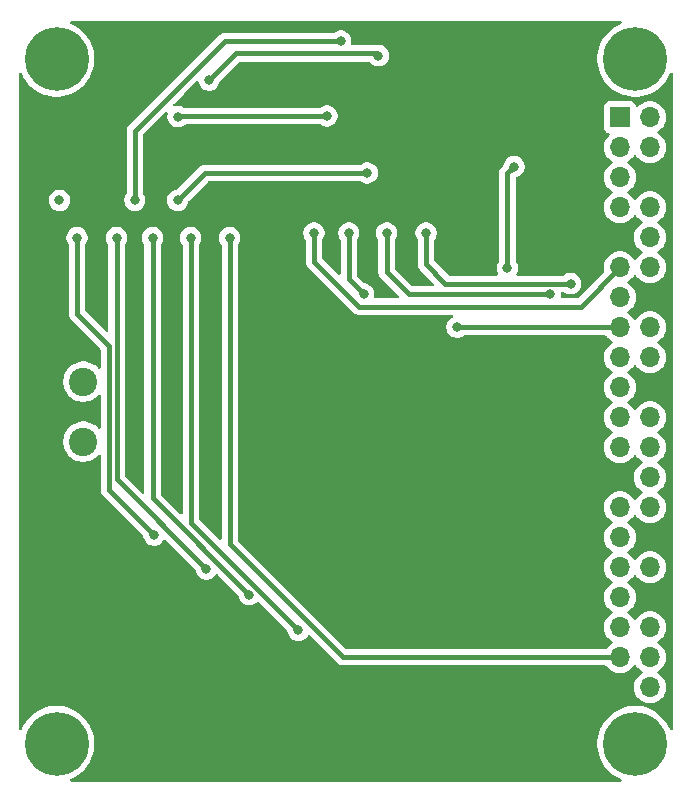
<source format=gbl>
G04 #@! TF.GenerationSoftware,KiCad,Pcbnew,9.0.0*
G04 #@! TF.CreationDate,2025-08-15T17:42:36+05:30*
G04 #@! TF.ProjectId,MAKEEN_Keypad_Test_PCB,4d414b45-454e-45f4-9b65-797061645f54,V1*
G04 #@! TF.SameCoordinates,Original*
G04 #@! TF.FileFunction,Copper,L2,Bot*
G04 #@! TF.FilePolarity,Positive*
%FSLAX46Y46*%
G04 Gerber Fmt 4.6, Leading zero omitted, Abs format (unit mm)*
G04 Created by KiCad (PCBNEW 9.0.0) date 2025-08-15 17:42:36*
%MOMM*%
%LPD*%
G01*
G04 APERTURE LIST*
G04 #@! TA.AperFunction,ComponentPad*
%ADD10C,2.400000*%
G04 #@! TD*
G04 #@! TA.AperFunction,ComponentPad*
%ADD11C,5.400000*%
G04 #@! TD*
G04 #@! TA.AperFunction,ComponentPad*
%ADD12R,1.700000X1.700000*%
G04 #@! TD*
G04 #@! TA.AperFunction,ComponentPad*
%ADD13O,1.700000X1.700000*%
G04 #@! TD*
G04 #@! TA.AperFunction,ViaPad*
%ADD14C,0.800000*%
G04 #@! TD*
G04 #@! TA.AperFunction,Conductor*
%ADD15C,0.381000*%
G04 #@! TD*
G04 APERTURE END LIST*
D10*
X122770000Y-84830000D03*
X122770000Y-89910000D03*
D11*
X169500000Y-115500000D03*
X120500000Y-57500000D03*
X169500000Y-57500000D03*
X120500000Y-115500000D03*
D12*
X168210000Y-62450000D03*
D13*
X170750000Y-62450000D03*
X168210000Y-64990000D03*
X170750000Y-64990000D03*
X168210000Y-67530000D03*
X170750000Y-67530000D03*
X168210000Y-70070000D03*
X170750000Y-70070000D03*
X168210000Y-72610000D03*
X170750000Y-72610000D03*
X168210000Y-75150000D03*
X170750000Y-75150000D03*
X168210000Y-77690000D03*
X170750000Y-77690000D03*
X168210000Y-80230000D03*
X170750000Y-80230000D03*
X168210000Y-82770000D03*
X170750000Y-82770000D03*
X168210000Y-85310000D03*
X170750000Y-85310000D03*
X168210000Y-87850000D03*
X170750000Y-87850000D03*
X168210000Y-90390000D03*
X170750000Y-90390000D03*
X168210000Y-92930000D03*
X170750000Y-92930000D03*
X168210000Y-95470000D03*
X170750000Y-95470000D03*
X168210000Y-98010000D03*
X170750000Y-98010000D03*
X168210000Y-100550000D03*
X170750000Y-100550000D03*
X168210000Y-103090000D03*
X170750000Y-103090000D03*
X168210000Y-105630000D03*
X170750000Y-105630000D03*
X168210000Y-108170000D03*
X170750000Y-108170000D03*
X168210000Y-110710000D03*
X170750000Y-110710000D03*
D14*
X147760000Y-57230000D03*
X133410000Y-59310000D03*
X135160000Y-72650000D03*
X122230000Y-72650000D03*
X120750000Y-69480000D03*
X128760000Y-97840000D03*
X162310000Y-77440000D03*
X148450000Y-72260000D03*
X127130000Y-69480000D03*
X128640000Y-72650000D03*
X136810000Y-102860000D03*
X144550000Y-56000000D03*
X142290000Y-72260000D03*
X130750000Y-69480000D03*
X131860000Y-72650000D03*
X140970000Y-105890000D03*
X146820000Y-67170000D03*
X146500000Y-77410000D03*
X145250000Y-72260000D03*
X154400000Y-80230000D03*
X143390000Y-62340000D03*
X125580000Y-72650000D03*
X130780000Y-62390000D03*
X133180000Y-100710000D03*
X164020000Y-76540000D03*
X151790000Y-72260000D03*
X159240000Y-66630000D03*
X158670000Y-75220000D03*
D15*
X144770000Y-108170000D02*
X168210000Y-108170000D01*
X147760000Y-57230000D02*
X147570000Y-57040000D01*
X135680000Y-57040000D02*
X133410000Y-59310000D01*
X147570000Y-57040000D02*
X135680000Y-57040000D01*
X135160000Y-98560000D02*
X144770000Y-108170000D01*
X135160000Y-72650000D02*
X135160000Y-98560000D01*
X122230000Y-79100000D02*
X124940000Y-81810000D01*
X122230000Y-72650000D02*
X122230000Y-79100000D01*
X124940000Y-81810000D02*
X124940000Y-94020000D01*
X124940000Y-94020000D02*
X128760000Y-97840000D01*
X148450000Y-72260000D02*
X148450000Y-75580000D01*
X150310000Y-77440000D02*
X162310000Y-77440000D01*
X148450000Y-75580000D02*
X150310000Y-77440000D01*
X128640000Y-72650000D02*
X128640000Y-94690000D01*
X134750000Y-56000000D02*
X127120000Y-63630000D01*
X128640000Y-94690000D02*
X136810000Y-102860000D01*
X144550000Y-56000000D02*
X134750000Y-56000000D01*
X127120000Y-69470000D02*
X127130000Y-69480000D01*
X127120000Y-63630000D02*
X127120000Y-69470000D01*
X146090000Y-78480000D02*
X164880000Y-78480000D01*
X164880000Y-78480000D02*
X168210000Y-75150000D01*
X142290000Y-72260000D02*
X142290000Y-74680000D01*
X142290000Y-74680000D02*
X146090000Y-78480000D01*
X131860000Y-96780000D02*
X140970000Y-105890000D01*
X131860000Y-72650000D02*
X131860000Y-96780000D01*
X130750000Y-69460000D02*
X130750000Y-69480000D01*
X133040000Y-67170000D02*
X130750000Y-69460000D01*
X146820000Y-67170000D02*
X133040000Y-67170000D01*
X154400000Y-80230000D02*
X168210000Y-80230000D01*
X145250000Y-72260000D02*
X145250000Y-76160000D01*
X145250000Y-76160000D02*
X146500000Y-77410000D01*
X130830000Y-62340000D02*
X130780000Y-62390000D01*
X125580000Y-93110000D02*
X133180000Y-100710000D01*
X143390000Y-62340000D02*
X130830000Y-62340000D01*
X125580000Y-72650000D02*
X125580000Y-93110000D01*
X151790000Y-72390000D02*
X151790000Y-74900000D01*
X151790000Y-74900000D02*
X153430000Y-76540000D01*
X153430000Y-76540000D02*
X164020000Y-76540000D01*
X158670000Y-75220000D02*
X158670000Y-67200000D01*
X158670000Y-67200000D02*
X159240000Y-66630000D01*
G04 #@! TA.AperFunction,Conductor*
G36*
X168291437Y-54320185D02*
G01*
X168337192Y-54372989D01*
X168347136Y-54442147D01*
X168318111Y-54505703D01*
X168275998Y-54536064D01*
X168276427Y-54536954D01*
X167949420Y-54694432D01*
X167645045Y-54885684D01*
X167363997Y-55109811D01*
X167109811Y-55363997D01*
X166885684Y-55645045D01*
X166694432Y-55949420D01*
X166538465Y-56273288D01*
X166419741Y-56612580D01*
X166419737Y-56612592D01*
X166339748Y-56963048D01*
X166339746Y-56963064D01*
X166299500Y-57320259D01*
X166299500Y-57679740D01*
X166339746Y-58036935D01*
X166339748Y-58036951D01*
X166419737Y-58387407D01*
X166419741Y-58387419D01*
X166538465Y-58726711D01*
X166694432Y-59050579D01*
X166694434Y-59050582D01*
X166885685Y-59354956D01*
X167109812Y-59636003D01*
X167363997Y-59890188D01*
X167645044Y-60114315D01*
X167949418Y-60305566D01*
X168273292Y-60461536D01*
X168528119Y-60550703D01*
X168612580Y-60580258D01*
X168612592Y-60580262D01*
X168963052Y-60660252D01*
X169320260Y-60700499D01*
X169320261Y-60700500D01*
X169320264Y-60700500D01*
X169679739Y-60700500D01*
X169679739Y-60700499D01*
X170036948Y-60660252D01*
X170387408Y-60580262D01*
X170726708Y-60461536D01*
X171050582Y-60305566D01*
X171354956Y-60114315D01*
X171636003Y-59890188D01*
X171890188Y-59636003D01*
X172114315Y-59354956D01*
X172305566Y-59050582D01*
X172461536Y-58726708D01*
X172463046Y-58723573D01*
X172464190Y-58724123D01*
X172504760Y-58673759D01*
X172571050Y-58651682D01*
X172638753Y-58668948D01*
X172686373Y-58720076D01*
X172699500Y-58775602D01*
X172699500Y-114224397D01*
X172679815Y-114291436D01*
X172627011Y-114337191D01*
X172557853Y-114347135D01*
X172494297Y-114318110D01*
X172463931Y-114276000D01*
X172463046Y-114276427D01*
X172305567Y-113949420D01*
X172305566Y-113949418D01*
X172114315Y-113645044D01*
X171890188Y-113363997D01*
X171636003Y-113109812D01*
X171354956Y-112885685D01*
X171050582Y-112694434D01*
X171050579Y-112694432D01*
X170726711Y-112538465D01*
X170387419Y-112419741D01*
X170387407Y-112419737D01*
X170036951Y-112339748D01*
X170036935Y-112339746D01*
X169679740Y-112299500D01*
X169679736Y-112299500D01*
X169320264Y-112299500D01*
X169320259Y-112299500D01*
X168963064Y-112339746D01*
X168963048Y-112339748D01*
X168612592Y-112419737D01*
X168612580Y-112419741D01*
X168273288Y-112538465D01*
X167949420Y-112694432D01*
X167645045Y-112885684D01*
X167363997Y-113109811D01*
X167109811Y-113363997D01*
X166885684Y-113645045D01*
X166694432Y-113949420D01*
X166538465Y-114273288D01*
X166419741Y-114612580D01*
X166419737Y-114612592D01*
X166339748Y-114963048D01*
X166339746Y-114963064D01*
X166299500Y-115320259D01*
X166299500Y-115679740D01*
X166339746Y-116036935D01*
X166339748Y-116036951D01*
X166419737Y-116387407D01*
X166419741Y-116387419D01*
X166538465Y-116726711D01*
X166694432Y-117050579D01*
X166694434Y-117050582D01*
X166885685Y-117354956D01*
X167109812Y-117636003D01*
X167363997Y-117890188D01*
X167645044Y-118114315D01*
X167949418Y-118305566D01*
X167949420Y-118305567D01*
X168276427Y-118463046D01*
X168275876Y-118464190D01*
X168326241Y-118504760D01*
X168348318Y-118571050D01*
X168331052Y-118638753D01*
X168279924Y-118686373D01*
X168224398Y-118699500D01*
X121775602Y-118699500D01*
X121708563Y-118679815D01*
X121662808Y-118627011D01*
X121652864Y-118557853D01*
X121681889Y-118494297D01*
X121724001Y-118463935D01*
X121723573Y-118463046D01*
X121843839Y-118405128D01*
X122050582Y-118305566D01*
X122354956Y-118114315D01*
X122636003Y-117890188D01*
X122890188Y-117636003D01*
X123114315Y-117354956D01*
X123305566Y-117050582D01*
X123461536Y-116726708D01*
X123580262Y-116387408D01*
X123660252Y-116036948D01*
X123700500Y-115679736D01*
X123700500Y-115320264D01*
X123660252Y-114963052D01*
X123580262Y-114612592D01*
X123461536Y-114273292D01*
X123305566Y-113949418D01*
X123114315Y-113645044D01*
X122890188Y-113363997D01*
X122636003Y-113109812D01*
X122354956Y-112885685D01*
X122050582Y-112694434D01*
X122050579Y-112694432D01*
X121726711Y-112538465D01*
X121387419Y-112419741D01*
X121387407Y-112419737D01*
X121036951Y-112339748D01*
X121036935Y-112339746D01*
X120679740Y-112299500D01*
X120679736Y-112299500D01*
X120320264Y-112299500D01*
X120320259Y-112299500D01*
X119963064Y-112339746D01*
X119963048Y-112339748D01*
X119612592Y-112419737D01*
X119612580Y-112419741D01*
X119273288Y-112538465D01*
X118949420Y-112694432D01*
X118645045Y-112885684D01*
X118363997Y-113109811D01*
X118109811Y-113363997D01*
X117885684Y-113645045D01*
X117694432Y-113949420D01*
X117536954Y-114276427D01*
X117535814Y-114275878D01*
X117495219Y-114326254D01*
X117428925Y-114348318D01*
X117361226Y-114331038D01*
X117313616Y-114279901D01*
X117300500Y-114224397D01*
X117300500Y-84718549D01*
X121069500Y-84718549D01*
X121069500Y-84941450D01*
X121069501Y-84941466D01*
X121098594Y-85162452D01*
X121098595Y-85162457D01*
X121098596Y-85162463D01*
X121098597Y-85162465D01*
X121156290Y-85377780D01*
X121156293Y-85377790D01*
X121241593Y-85583722D01*
X121241595Y-85583726D01*
X121353052Y-85776774D01*
X121353057Y-85776780D01*
X121353058Y-85776782D01*
X121488751Y-85953622D01*
X121488757Y-85953629D01*
X121646370Y-86111242D01*
X121646376Y-86111247D01*
X121823226Y-86246948D01*
X122016274Y-86358405D01*
X122222219Y-86443710D01*
X122437537Y-86501404D01*
X122658543Y-86530500D01*
X122658550Y-86530500D01*
X122881450Y-86530500D01*
X122881457Y-86530500D01*
X123102463Y-86501404D01*
X123317781Y-86443710D01*
X123523726Y-86358405D01*
X123716774Y-86246948D01*
X123893624Y-86111247D01*
X123958483Y-86046388D01*
X124037319Y-85967553D01*
X124098642Y-85934068D01*
X124168334Y-85939052D01*
X124224267Y-85980924D01*
X124248684Y-86046388D01*
X124249000Y-86055234D01*
X124249000Y-88684766D01*
X124229315Y-88751805D01*
X124176511Y-88797560D01*
X124107353Y-88807504D01*
X124043797Y-88778479D01*
X124037319Y-88772447D01*
X123893629Y-88628757D01*
X123893622Y-88628751D01*
X123716782Y-88493058D01*
X123716780Y-88493057D01*
X123716774Y-88493052D01*
X123523726Y-88381595D01*
X123523722Y-88381593D01*
X123317790Y-88296293D01*
X123317783Y-88296291D01*
X123317781Y-88296290D01*
X123102463Y-88238596D01*
X123102457Y-88238595D01*
X123102452Y-88238594D01*
X122881466Y-88209501D01*
X122881463Y-88209500D01*
X122881457Y-88209500D01*
X122658543Y-88209500D01*
X122658537Y-88209500D01*
X122658533Y-88209501D01*
X122437547Y-88238594D01*
X122437540Y-88238595D01*
X122437537Y-88238596D01*
X122222219Y-88296290D01*
X122222209Y-88296293D01*
X122016277Y-88381593D01*
X122016273Y-88381595D01*
X121823226Y-88493052D01*
X121823217Y-88493058D01*
X121646377Y-88628751D01*
X121646370Y-88628757D01*
X121488757Y-88786370D01*
X121488751Y-88786377D01*
X121353058Y-88963217D01*
X121353052Y-88963226D01*
X121241595Y-89156273D01*
X121241593Y-89156277D01*
X121156293Y-89362209D01*
X121156290Y-89362219D01*
X121098597Y-89577534D01*
X121098594Y-89577547D01*
X121069501Y-89798533D01*
X121069500Y-89798549D01*
X121069500Y-90021450D01*
X121069501Y-90021466D01*
X121098594Y-90242452D01*
X121098595Y-90242457D01*
X121098596Y-90242463D01*
X121098597Y-90242465D01*
X121156290Y-90457780D01*
X121156293Y-90457790D01*
X121241593Y-90663722D01*
X121241595Y-90663726D01*
X121353052Y-90856774D01*
X121353057Y-90856780D01*
X121353058Y-90856782D01*
X121488751Y-91033622D01*
X121488757Y-91033629D01*
X121646370Y-91191242D01*
X121646376Y-91191247D01*
X121823226Y-91326948D01*
X122016274Y-91438405D01*
X122222219Y-91523710D01*
X122437537Y-91581404D01*
X122658543Y-91610500D01*
X122658550Y-91610500D01*
X122881450Y-91610500D01*
X122881457Y-91610500D01*
X123102463Y-91581404D01*
X123317781Y-91523710D01*
X123523726Y-91438405D01*
X123716774Y-91326948D01*
X123893624Y-91191247D01*
X123958483Y-91126388D01*
X124037319Y-91047553D01*
X124098642Y-91014068D01*
X124168334Y-91019052D01*
X124224267Y-91060924D01*
X124248684Y-91126388D01*
X124249000Y-91135234D01*
X124249000Y-93951943D01*
X124249000Y-94088057D01*
X124249000Y-94088059D01*
X124248999Y-94088059D01*
X124275553Y-94221551D01*
X124275556Y-94221561D01*
X124327642Y-94347309D01*
X124327644Y-94347312D01*
X124403263Y-94460485D01*
X124403269Y-94460492D01*
X127829929Y-97887150D01*
X127863414Y-97948473D01*
X127863865Y-97950639D01*
X127894104Y-98102659D01*
X127894106Y-98102667D01*
X127961983Y-98266540D01*
X127961990Y-98266553D01*
X128060535Y-98414034D01*
X128060538Y-98414038D01*
X128185961Y-98539461D01*
X128185965Y-98539464D01*
X128333446Y-98638009D01*
X128333459Y-98638016D01*
X128456363Y-98688923D01*
X128497334Y-98705894D01*
X128497336Y-98705894D01*
X128497341Y-98705896D01*
X128671304Y-98740499D01*
X128671307Y-98740500D01*
X128671309Y-98740500D01*
X128848693Y-98740500D01*
X128848694Y-98740499D01*
X128906682Y-98728964D01*
X129022658Y-98705896D01*
X129022661Y-98705894D01*
X129022666Y-98705894D01*
X129186547Y-98638013D01*
X129334035Y-98539464D01*
X129459464Y-98414035D01*
X129554704Y-98271498D01*
X129608316Y-98226694D01*
X129677641Y-98217987D01*
X129740669Y-98248141D01*
X129745487Y-98252709D01*
X132249929Y-100757151D01*
X132283414Y-100818474D01*
X132283865Y-100820640D01*
X132314104Y-100972659D01*
X132314106Y-100972667D01*
X132381983Y-101136540D01*
X132381990Y-101136553D01*
X132480535Y-101284034D01*
X132480538Y-101284038D01*
X132605961Y-101409461D01*
X132605965Y-101409464D01*
X132753446Y-101508009D01*
X132753459Y-101508016D01*
X132876363Y-101558923D01*
X132917334Y-101575894D01*
X132917336Y-101575894D01*
X132917341Y-101575896D01*
X133091304Y-101610499D01*
X133091307Y-101610500D01*
X133091309Y-101610500D01*
X133268693Y-101610500D01*
X133268694Y-101610499D01*
X133326682Y-101598964D01*
X133442658Y-101575896D01*
X133442661Y-101575894D01*
X133442666Y-101575894D01*
X133606547Y-101508013D01*
X133754035Y-101409464D01*
X133879464Y-101284035D01*
X133946666Y-101183461D01*
X134000278Y-101138655D01*
X134069603Y-101129948D01*
X134132630Y-101160102D01*
X134137449Y-101164670D01*
X135879929Y-102907150D01*
X135913414Y-102968473D01*
X135913865Y-102970639D01*
X135944104Y-103122659D01*
X135944106Y-103122667D01*
X136011983Y-103286540D01*
X136011990Y-103286553D01*
X136110535Y-103434034D01*
X136110538Y-103434038D01*
X136235961Y-103559461D01*
X136235965Y-103559464D01*
X136383446Y-103658009D01*
X136383459Y-103658016D01*
X136506363Y-103708923D01*
X136547334Y-103725894D01*
X136547336Y-103725894D01*
X136547341Y-103725896D01*
X136721304Y-103760499D01*
X136721307Y-103760500D01*
X136721309Y-103760500D01*
X136898693Y-103760500D01*
X136898694Y-103760499D01*
X136956682Y-103748964D01*
X137072658Y-103725896D01*
X137072661Y-103725894D01*
X137072666Y-103725894D01*
X137236547Y-103658013D01*
X137384035Y-103559464D01*
X137435459Y-103508039D01*
X137496778Y-103474556D01*
X137566469Y-103479539D01*
X137610819Y-103508041D01*
X140039929Y-105937150D01*
X140073414Y-105998473D01*
X140073865Y-106000639D01*
X140104104Y-106152659D01*
X140104106Y-106152667D01*
X140171983Y-106316540D01*
X140171990Y-106316553D01*
X140270535Y-106464034D01*
X140270538Y-106464038D01*
X140395961Y-106589461D01*
X140395965Y-106589464D01*
X140543446Y-106688009D01*
X140543459Y-106688016D01*
X140666363Y-106738923D01*
X140707334Y-106755894D01*
X140707336Y-106755894D01*
X140707341Y-106755896D01*
X140881304Y-106790499D01*
X140881307Y-106790500D01*
X140881309Y-106790500D01*
X141058693Y-106790500D01*
X141058694Y-106790499D01*
X141116682Y-106778964D01*
X141232658Y-106755896D01*
X141232661Y-106755894D01*
X141232666Y-106755894D01*
X141396547Y-106688013D01*
X141544035Y-106589464D01*
X141669464Y-106464035D01*
X141752688Y-106339483D01*
X141806300Y-106294678D01*
X141875625Y-106285971D01*
X141938653Y-106316126D01*
X141943471Y-106320693D01*
X144329507Y-108706730D01*
X144329514Y-108706736D01*
X144442687Y-108782355D01*
X144442690Y-108782357D01*
X144543224Y-108823999D01*
X144568443Y-108834445D01*
X144568447Y-108834445D01*
X144568448Y-108834446D01*
X144701939Y-108861000D01*
X144701942Y-108861000D01*
X166979550Y-108861000D01*
X167046589Y-108880685D01*
X167079869Y-108912115D01*
X167179896Y-109049792D01*
X167330213Y-109200109D01*
X167502179Y-109325048D01*
X167502181Y-109325049D01*
X167502184Y-109325051D01*
X167691588Y-109421557D01*
X167893757Y-109487246D01*
X168103713Y-109520500D01*
X168103714Y-109520500D01*
X168316286Y-109520500D01*
X168316287Y-109520500D01*
X168526243Y-109487246D01*
X168728412Y-109421557D01*
X168917816Y-109325051D01*
X168939789Y-109309086D01*
X169089786Y-109200109D01*
X169089788Y-109200106D01*
X169089792Y-109200104D01*
X169240104Y-109049792D01*
X169240106Y-109049788D01*
X169240109Y-109049786D01*
X169349086Y-108899789D01*
X169365051Y-108877816D01*
X169369514Y-108869054D01*
X169417488Y-108818259D01*
X169485308Y-108801463D01*
X169551444Y-108823999D01*
X169590486Y-108869056D01*
X169594951Y-108877820D01*
X169719890Y-109049786D01*
X169870213Y-109200109D01*
X170042182Y-109325050D01*
X170050946Y-109329516D01*
X170101742Y-109377491D01*
X170118536Y-109445312D01*
X170095998Y-109511447D01*
X170050946Y-109550484D01*
X170042182Y-109554949D01*
X169870213Y-109679890D01*
X169719890Y-109830213D01*
X169594951Y-110002179D01*
X169498444Y-110191585D01*
X169432753Y-110393760D01*
X169399500Y-110603713D01*
X169399500Y-110816286D01*
X169432753Y-111026239D01*
X169498444Y-111228414D01*
X169594951Y-111417820D01*
X169719890Y-111589786D01*
X169870213Y-111740109D01*
X170042179Y-111865048D01*
X170042181Y-111865049D01*
X170042184Y-111865051D01*
X170231588Y-111961557D01*
X170433757Y-112027246D01*
X170643713Y-112060500D01*
X170643714Y-112060500D01*
X170856286Y-112060500D01*
X170856287Y-112060500D01*
X171066243Y-112027246D01*
X171268412Y-111961557D01*
X171457816Y-111865051D01*
X171479789Y-111849086D01*
X171629786Y-111740109D01*
X171629788Y-111740106D01*
X171629792Y-111740104D01*
X171780104Y-111589792D01*
X171780106Y-111589788D01*
X171780109Y-111589786D01*
X171905048Y-111417820D01*
X171905047Y-111417820D01*
X171905051Y-111417816D01*
X172001557Y-111228412D01*
X172067246Y-111026243D01*
X172100500Y-110816287D01*
X172100500Y-110603713D01*
X172067246Y-110393757D01*
X172001557Y-110191588D01*
X171905051Y-110002184D01*
X171905049Y-110002181D01*
X171905048Y-110002179D01*
X171780109Y-109830213D01*
X171629786Y-109679890D01*
X171457820Y-109554951D01*
X171457115Y-109554591D01*
X171449054Y-109550485D01*
X171398259Y-109502512D01*
X171381463Y-109434692D01*
X171403999Y-109368556D01*
X171449054Y-109329515D01*
X171457816Y-109325051D01*
X171479789Y-109309086D01*
X171629786Y-109200109D01*
X171629788Y-109200106D01*
X171629792Y-109200104D01*
X171780104Y-109049792D01*
X171780106Y-109049788D01*
X171780109Y-109049786D01*
X171889086Y-108899789D01*
X171905051Y-108877816D01*
X172001557Y-108688412D01*
X172067246Y-108486243D01*
X172100500Y-108276287D01*
X172100500Y-108063713D01*
X172067246Y-107853757D01*
X172001557Y-107651588D01*
X171905051Y-107462184D01*
X171905049Y-107462181D01*
X171905048Y-107462179D01*
X171780109Y-107290213D01*
X171629786Y-107139890D01*
X171457820Y-107014951D01*
X171457115Y-107014591D01*
X171449054Y-107010485D01*
X171398259Y-106962512D01*
X171381463Y-106894692D01*
X171403999Y-106828556D01*
X171449054Y-106789515D01*
X171457816Y-106785051D01*
X171497945Y-106755896D01*
X171629786Y-106660109D01*
X171629788Y-106660106D01*
X171629792Y-106660104D01*
X171780104Y-106509792D01*
X171780106Y-106509788D01*
X171780109Y-106509786D01*
X171905048Y-106337820D01*
X171905047Y-106337820D01*
X171905051Y-106337816D01*
X172001557Y-106148412D01*
X172067246Y-105946243D01*
X172100500Y-105736287D01*
X172100500Y-105523713D01*
X172067246Y-105313757D01*
X172001557Y-105111588D01*
X171905051Y-104922184D01*
X171905049Y-104922181D01*
X171905048Y-104922179D01*
X171780109Y-104750213D01*
X171629786Y-104599890D01*
X171457820Y-104474951D01*
X171268414Y-104378444D01*
X171268413Y-104378443D01*
X171268412Y-104378443D01*
X171066243Y-104312754D01*
X171066241Y-104312753D01*
X171066240Y-104312753D01*
X170904957Y-104287208D01*
X170856287Y-104279500D01*
X170643713Y-104279500D01*
X170595042Y-104287208D01*
X170433760Y-104312753D01*
X170231585Y-104378444D01*
X170042179Y-104474951D01*
X169870213Y-104599890D01*
X169719890Y-104750213D01*
X169594949Y-104922182D01*
X169590484Y-104930946D01*
X169542509Y-104981742D01*
X169474688Y-104998536D01*
X169408553Y-104975998D01*
X169369516Y-104930946D01*
X169365050Y-104922182D01*
X169240109Y-104750213D01*
X169089786Y-104599890D01*
X168917820Y-104474951D01*
X168917115Y-104474591D01*
X168909054Y-104470485D01*
X168858259Y-104422512D01*
X168841463Y-104354692D01*
X168863999Y-104288556D01*
X168909054Y-104249515D01*
X168917816Y-104245051D01*
X168939789Y-104229086D01*
X169089786Y-104120109D01*
X169089788Y-104120106D01*
X169089792Y-104120104D01*
X169240104Y-103969792D01*
X169240106Y-103969788D01*
X169240109Y-103969786D01*
X169365048Y-103797820D01*
X169365047Y-103797820D01*
X169365051Y-103797816D01*
X169461557Y-103608412D01*
X169527246Y-103406243D01*
X169560500Y-103196287D01*
X169560500Y-102983713D01*
X169527246Y-102773757D01*
X169461557Y-102571588D01*
X169365051Y-102382184D01*
X169365049Y-102382181D01*
X169365048Y-102382179D01*
X169240109Y-102210213D01*
X169089786Y-102059890D01*
X168917820Y-101934951D01*
X168917115Y-101934591D01*
X168909054Y-101930485D01*
X168858259Y-101882512D01*
X168841463Y-101814692D01*
X168863999Y-101748556D01*
X168909054Y-101709515D01*
X168917816Y-101705051D01*
X168939789Y-101689086D01*
X169089786Y-101580109D01*
X169089788Y-101580106D01*
X169089792Y-101580104D01*
X169240104Y-101429792D01*
X169240106Y-101429788D01*
X169240109Y-101429786D01*
X169365048Y-101257820D01*
X169365047Y-101257820D01*
X169365051Y-101257816D01*
X169369514Y-101249054D01*
X169417488Y-101198259D01*
X169485308Y-101181463D01*
X169551444Y-101203999D01*
X169590486Y-101249056D01*
X169594951Y-101257820D01*
X169719890Y-101429786D01*
X169870213Y-101580109D01*
X170042179Y-101705048D01*
X170042181Y-101705049D01*
X170042184Y-101705051D01*
X170231588Y-101801557D01*
X170433757Y-101867246D01*
X170643713Y-101900500D01*
X170643714Y-101900500D01*
X170856286Y-101900500D01*
X170856287Y-101900500D01*
X171066243Y-101867246D01*
X171268412Y-101801557D01*
X171457816Y-101705051D01*
X171479789Y-101689086D01*
X171629786Y-101580109D01*
X171629788Y-101580106D01*
X171629792Y-101580104D01*
X171780104Y-101429792D01*
X171780106Y-101429788D01*
X171780109Y-101429786D01*
X171905048Y-101257820D01*
X171905047Y-101257820D01*
X171905051Y-101257816D01*
X172001557Y-101068412D01*
X172067246Y-100866243D01*
X172100500Y-100656287D01*
X172100500Y-100443713D01*
X172067246Y-100233757D01*
X172001557Y-100031588D01*
X171905051Y-99842184D01*
X171905049Y-99842181D01*
X171905048Y-99842179D01*
X171780109Y-99670213D01*
X171629786Y-99519890D01*
X171457820Y-99394951D01*
X171268414Y-99298444D01*
X171268413Y-99298443D01*
X171268412Y-99298443D01*
X171066243Y-99232754D01*
X171066241Y-99232753D01*
X171066240Y-99232753D01*
X170904957Y-99207208D01*
X170856287Y-99199500D01*
X170643713Y-99199500D01*
X170595042Y-99207208D01*
X170433760Y-99232753D01*
X170231585Y-99298444D01*
X170042179Y-99394951D01*
X169870213Y-99519890D01*
X169719890Y-99670213D01*
X169594949Y-99842182D01*
X169590484Y-99850946D01*
X169542509Y-99901742D01*
X169474688Y-99918536D01*
X169408553Y-99895998D01*
X169369516Y-99850946D01*
X169365050Y-99842182D01*
X169240109Y-99670213D01*
X169089786Y-99519890D01*
X168917820Y-99394951D01*
X168917115Y-99394591D01*
X168909054Y-99390485D01*
X168858259Y-99342512D01*
X168841463Y-99274692D01*
X168863999Y-99208556D01*
X168909054Y-99169515D01*
X168917816Y-99165051D01*
X168939789Y-99149086D01*
X169089786Y-99040109D01*
X169089788Y-99040106D01*
X169089792Y-99040104D01*
X169240104Y-98889792D01*
X169240106Y-98889788D01*
X169240109Y-98889786D01*
X169365048Y-98717820D01*
X169365047Y-98717820D01*
X169365051Y-98717816D01*
X169461557Y-98528412D01*
X169527246Y-98326243D01*
X169560500Y-98116287D01*
X169560500Y-97903713D01*
X169527246Y-97693757D01*
X169461557Y-97491588D01*
X169365051Y-97302184D01*
X169365049Y-97302181D01*
X169365048Y-97302179D01*
X169240109Y-97130213D01*
X169089786Y-96979890D01*
X168917820Y-96854951D01*
X168917115Y-96854591D01*
X168909054Y-96850485D01*
X168858259Y-96802512D01*
X168841463Y-96734692D01*
X168863999Y-96668556D01*
X168909054Y-96629515D01*
X168917816Y-96625051D01*
X168939789Y-96609086D01*
X169089786Y-96500109D01*
X169089788Y-96500106D01*
X169089792Y-96500104D01*
X169240104Y-96349792D01*
X169240106Y-96349788D01*
X169240109Y-96349786D01*
X169365048Y-96177820D01*
X169365047Y-96177820D01*
X169365051Y-96177816D01*
X169369514Y-96169054D01*
X169417488Y-96118259D01*
X169485308Y-96101463D01*
X169551444Y-96123999D01*
X169590486Y-96169056D01*
X169594951Y-96177820D01*
X169719890Y-96349786D01*
X169870213Y-96500109D01*
X170042179Y-96625048D01*
X170042181Y-96625049D01*
X170042184Y-96625051D01*
X170231588Y-96721557D01*
X170433757Y-96787246D01*
X170643713Y-96820500D01*
X170643714Y-96820500D01*
X170856286Y-96820500D01*
X170856287Y-96820500D01*
X171066243Y-96787246D01*
X171268412Y-96721557D01*
X171457816Y-96625051D01*
X171479789Y-96609086D01*
X171629786Y-96500109D01*
X171629788Y-96500106D01*
X171629792Y-96500104D01*
X171780104Y-96349792D01*
X171780106Y-96349788D01*
X171780109Y-96349786D01*
X171905048Y-96177820D01*
X171905047Y-96177820D01*
X171905051Y-96177816D01*
X172001557Y-95988412D01*
X172067246Y-95786243D01*
X172100500Y-95576287D01*
X172100500Y-95363713D01*
X172067246Y-95153757D01*
X172001557Y-94951588D01*
X171905051Y-94762184D01*
X171905049Y-94762181D01*
X171905048Y-94762179D01*
X171780109Y-94590213D01*
X171629786Y-94439890D01*
X171457820Y-94314951D01*
X171457115Y-94314591D01*
X171449054Y-94310485D01*
X171398259Y-94262512D01*
X171381463Y-94194692D01*
X171403999Y-94128556D01*
X171449054Y-94089515D01*
X171457816Y-94085051D01*
X171479789Y-94069086D01*
X171629786Y-93960109D01*
X171629788Y-93960106D01*
X171629792Y-93960104D01*
X171780104Y-93809792D01*
X171780106Y-93809788D01*
X171780109Y-93809786D01*
X171905048Y-93637820D01*
X171905047Y-93637820D01*
X171905051Y-93637816D01*
X172001557Y-93448412D01*
X172067246Y-93246243D01*
X172100500Y-93036287D01*
X172100500Y-92823713D01*
X172067246Y-92613757D01*
X172001557Y-92411588D01*
X171905051Y-92222184D01*
X171905049Y-92222181D01*
X171905048Y-92222179D01*
X171780109Y-92050213D01*
X171629786Y-91899890D01*
X171457820Y-91774951D01*
X171457115Y-91774591D01*
X171449054Y-91770485D01*
X171398259Y-91722512D01*
X171381463Y-91654692D01*
X171403999Y-91588556D01*
X171449054Y-91549515D01*
X171457816Y-91545051D01*
X171487195Y-91523706D01*
X171629786Y-91420109D01*
X171629788Y-91420106D01*
X171629792Y-91420104D01*
X171780104Y-91269792D01*
X171780106Y-91269788D01*
X171780109Y-91269786D01*
X171905048Y-91097820D01*
X171905047Y-91097820D01*
X171905051Y-91097816D01*
X172001557Y-90908412D01*
X172067246Y-90706243D01*
X172100500Y-90496287D01*
X172100500Y-90283713D01*
X172067246Y-90073757D01*
X172001557Y-89871588D01*
X171905051Y-89682184D01*
X171905049Y-89682181D01*
X171905048Y-89682179D01*
X171780109Y-89510213D01*
X171629786Y-89359890D01*
X171457820Y-89234951D01*
X171457115Y-89234591D01*
X171449054Y-89230485D01*
X171398259Y-89182512D01*
X171381463Y-89114692D01*
X171403999Y-89048556D01*
X171449054Y-89009515D01*
X171457816Y-89005051D01*
X171515396Y-88963217D01*
X171629786Y-88880109D01*
X171629788Y-88880106D01*
X171629792Y-88880104D01*
X171780104Y-88729792D01*
X171780106Y-88729788D01*
X171780109Y-88729786D01*
X171905048Y-88557820D01*
X171905047Y-88557820D01*
X171905051Y-88557816D01*
X172001557Y-88368412D01*
X172067246Y-88166243D01*
X172100500Y-87956287D01*
X172100500Y-87743713D01*
X172067246Y-87533757D01*
X172001557Y-87331588D01*
X171905051Y-87142184D01*
X171905049Y-87142181D01*
X171905048Y-87142179D01*
X171780109Y-86970213D01*
X171629786Y-86819890D01*
X171457820Y-86694951D01*
X171268414Y-86598444D01*
X171268413Y-86598443D01*
X171268412Y-86598443D01*
X171066243Y-86532754D01*
X171066241Y-86532753D01*
X171066240Y-86532753D01*
X170904957Y-86507208D01*
X170856287Y-86499500D01*
X170643713Y-86499500D01*
X170595042Y-86507208D01*
X170433760Y-86532753D01*
X170231585Y-86598444D01*
X170042179Y-86694951D01*
X169870213Y-86819890D01*
X169719890Y-86970213D01*
X169594949Y-87142182D01*
X169590484Y-87150946D01*
X169542509Y-87201742D01*
X169474688Y-87218536D01*
X169408553Y-87195998D01*
X169369516Y-87150946D01*
X169365050Y-87142182D01*
X169240109Y-86970213D01*
X169089786Y-86819890D01*
X168917820Y-86694951D01*
X168917115Y-86694591D01*
X168909054Y-86690485D01*
X168858259Y-86642512D01*
X168841463Y-86574692D01*
X168863999Y-86508556D01*
X168909054Y-86469515D01*
X168917816Y-86465051D01*
X168947195Y-86443706D01*
X169089786Y-86340109D01*
X169089788Y-86340106D01*
X169089792Y-86340104D01*
X169240104Y-86189792D01*
X169240106Y-86189788D01*
X169240109Y-86189786D01*
X169365048Y-86017820D01*
X169365047Y-86017820D01*
X169365051Y-86017816D01*
X169461557Y-85828412D01*
X169527246Y-85626243D01*
X169560500Y-85416287D01*
X169560500Y-85203713D01*
X169527246Y-84993757D01*
X169461557Y-84791588D01*
X169365051Y-84602184D01*
X169365049Y-84602181D01*
X169365048Y-84602179D01*
X169240109Y-84430213D01*
X169089786Y-84279890D01*
X168917820Y-84154951D01*
X168917115Y-84154591D01*
X168909054Y-84150485D01*
X168858259Y-84102512D01*
X168841463Y-84034692D01*
X168863999Y-83968556D01*
X168909054Y-83929515D01*
X168917816Y-83925051D01*
X168975396Y-83883217D01*
X169089786Y-83800109D01*
X169089788Y-83800106D01*
X169089792Y-83800104D01*
X169240104Y-83649792D01*
X169240106Y-83649788D01*
X169240109Y-83649786D01*
X169365048Y-83477820D01*
X169365047Y-83477820D01*
X169365051Y-83477816D01*
X169369514Y-83469054D01*
X169417488Y-83418259D01*
X169485308Y-83401463D01*
X169551444Y-83423999D01*
X169590486Y-83469056D01*
X169594951Y-83477820D01*
X169719890Y-83649786D01*
X169870213Y-83800109D01*
X170042179Y-83925048D01*
X170042181Y-83925049D01*
X170042184Y-83925051D01*
X170231588Y-84021557D01*
X170433757Y-84087246D01*
X170643713Y-84120500D01*
X170643714Y-84120500D01*
X170856286Y-84120500D01*
X170856287Y-84120500D01*
X171066243Y-84087246D01*
X171268412Y-84021557D01*
X171457816Y-83925051D01*
X171515396Y-83883217D01*
X171629786Y-83800109D01*
X171629788Y-83800106D01*
X171629792Y-83800104D01*
X171780104Y-83649792D01*
X171780106Y-83649788D01*
X171780109Y-83649786D01*
X171905048Y-83477820D01*
X171905047Y-83477820D01*
X171905051Y-83477816D01*
X172001557Y-83288412D01*
X172067246Y-83086243D01*
X172100500Y-82876287D01*
X172100500Y-82663713D01*
X172067246Y-82453757D01*
X172001557Y-82251588D01*
X171905051Y-82062184D01*
X171905049Y-82062181D01*
X171905048Y-82062179D01*
X171780109Y-81890213D01*
X171629786Y-81739890D01*
X171457820Y-81614951D01*
X171457115Y-81614591D01*
X171449054Y-81610485D01*
X171398259Y-81562512D01*
X171381463Y-81494692D01*
X171403999Y-81428556D01*
X171449054Y-81389515D01*
X171457816Y-81385051D01*
X171479789Y-81369086D01*
X171629786Y-81260109D01*
X171629788Y-81260106D01*
X171629792Y-81260104D01*
X171780104Y-81109792D01*
X171780106Y-81109788D01*
X171780109Y-81109786D01*
X171902085Y-80941898D01*
X171905051Y-80937816D01*
X172001557Y-80748412D01*
X172067246Y-80546243D01*
X172100500Y-80336287D01*
X172100500Y-80123713D01*
X172067246Y-79913757D01*
X172001557Y-79711588D01*
X171905051Y-79522184D01*
X171905049Y-79522181D01*
X171905048Y-79522179D01*
X171780109Y-79350213D01*
X171629786Y-79199890D01*
X171457820Y-79074951D01*
X171268414Y-78978444D01*
X171268413Y-78978443D01*
X171268412Y-78978443D01*
X171066243Y-78912754D01*
X171066241Y-78912753D01*
X171066240Y-78912753D01*
X170904957Y-78887208D01*
X170856287Y-78879500D01*
X170643713Y-78879500D01*
X170595042Y-78887208D01*
X170433760Y-78912753D01*
X170231585Y-78978444D01*
X170042179Y-79074951D01*
X169870213Y-79199890D01*
X169719890Y-79350213D01*
X169594949Y-79522182D01*
X169590484Y-79530946D01*
X169542509Y-79581742D01*
X169474688Y-79598536D01*
X169408553Y-79575998D01*
X169369516Y-79530946D01*
X169365050Y-79522182D01*
X169240109Y-79350213D01*
X169089786Y-79199890D01*
X168917820Y-79074951D01*
X168917115Y-79074591D01*
X168909054Y-79070485D01*
X168858259Y-79022512D01*
X168841463Y-78954692D01*
X168863999Y-78888556D01*
X168909054Y-78849515D01*
X168917816Y-78845051D01*
X168960860Y-78813778D01*
X169089786Y-78720109D01*
X169089788Y-78720106D01*
X169089792Y-78720104D01*
X169240104Y-78569792D01*
X169240106Y-78569788D01*
X169240109Y-78569786D01*
X169365048Y-78397820D01*
X169365047Y-78397820D01*
X169365051Y-78397816D01*
X169461557Y-78208412D01*
X169527246Y-78006243D01*
X169560500Y-77796287D01*
X169560500Y-77583713D01*
X169527246Y-77373757D01*
X169461557Y-77171588D01*
X169365051Y-76982184D01*
X169365049Y-76982181D01*
X169365048Y-76982179D01*
X169240109Y-76810213D01*
X169089786Y-76659890D01*
X168917820Y-76534951D01*
X168917115Y-76534591D01*
X168909054Y-76530485D01*
X168858259Y-76482512D01*
X168841463Y-76414692D01*
X168863999Y-76348556D01*
X168909054Y-76309515D01*
X168917816Y-76305051D01*
X168955956Y-76277341D01*
X169089786Y-76180109D01*
X169089788Y-76180106D01*
X169089792Y-76180104D01*
X169240104Y-76029792D01*
X169240106Y-76029788D01*
X169240109Y-76029786D01*
X169365048Y-75857820D01*
X169365047Y-75857820D01*
X169365051Y-75857816D01*
X169369514Y-75849054D01*
X169417488Y-75798259D01*
X169485308Y-75781463D01*
X169551444Y-75803999D01*
X169590486Y-75849056D01*
X169594951Y-75857820D01*
X169719890Y-76029786D01*
X169870213Y-76180109D01*
X170042179Y-76305048D01*
X170042181Y-76305049D01*
X170042184Y-76305051D01*
X170231588Y-76401557D01*
X170433757Y-76467246D01*
X170643713Y-76500500D01*
X170643714Y-76500500D01*
X170856286Y-76500500D01*
X170856287Y-76500500D01*
X171066243Y-76467246D01*
X171268412Y-76401557D01*
X171457816Y-76305051D01*
X171495956Y-76277341D01*
X171629786Y-76180109D01*
X171629788Y-76180106D01*
X171629792Y-76180104D01*
X171780104Y-76029792D01*
X171780106Y-76029788D01*
X171780109Y-76029786D01*
X171905048Y-75857820D01*
X171905047Y-75857820D01*
X171905051Y-75857816D01*
X172001557Y-75668412D01*
X172067246Y-75466243D01*
X172100500Y-75256287D01*
X172100500Y-75043713D01*
X172067246Y-74833757D01*
X172001557Y-74631588D01*
X171905051Y-74442184D01*
X171905049Y-74442181D01*
X171905048Y-74442179D01*
X171780109Y-74270213D01*
X171629786Y-74119890D01*
X171457820Y-73994951D01*
X171457115Y-73994591D01*
X171449054Y-73990485D01*
X171398259Y-73942512D01*
X171381463Y-73874692D01*
X171403999Y-73808556D01*
X171449054Y-73769515D01*
X171457816Y-73765051D01*
X171479789Y-73749086D01*
X171629786Y-73640109D01*
X171629788Y-73640106D01*
X171629792Y-73640104D01*
X171780104Y-73489792D01*
X171780106Y-73489788D01*
X171780109Y-73489786D01*
X171905048Y-73317820D01*
X171905047Y-73317820D01*
X171905051Y-73317816D01*
X172001557Y-73128412D01*
X172067246Y-72926243D01*
X172100500Y-72716287D01*
X172100500Y-72503713D01*
X172067246Y-72293757D01*
X172001557Y-72091588D01*
X171905051Y-71902184D01*
X171905049Y-71902181D01*
X171905048Y-71902179D01*
X171780109Y-71730213D01*
X171629786Y-71579890D01*
X171457820Y-71454951D01*
X171457115Y-71454591D01*
X171449054Y-71450485D01*
X171398259Y-71402512D01*
X171381463Y-71334692D01*
X171403999Y-71268556D01*
X171449054Y-71229515D01*
X171457816Y-71225051D01*
X171479789Y-71209086D01*
X171629786Y-71100109D01*
X171629788Y-71100106D01*
X171629792Y-71100104D01*
X171780104Y-70949792D01*
X171780106Y-70949788D01*
X171780109Y-70949786D01*
X171905048Y-70777820D01*
X171905047Y-70777820D01*
X171905051Y-70777816D01*
X172001557Y-70588412D01*
X172067246Y-70386243D01*
X172100500Y-70176287D01*
X172100500Y-69963713D01*
X172067246Y-69753757D01*
X172001557Y-69551588D01*
X171905051Y-69362184D01*
X171905049Y-69362181D01*
X171905048Y-69362179D01*
X171780109Y-69190213D01*
X171629786Y-69039890D01*
X171457820Y-68914951D01*
X171268414Y-68818444D01*
X171268413Y-68818443D01*
X171268412Y-68818443D01*
X171066243Y-68752754D01*
X171066241Y-68752753D01*
X171066240Y-68752753D01*
X170904957Y-68727208D01*
X170856287Y-68719500D01*
X170643713Y-68719500D01*
X170595042Y-68727208D01*
X170433760Y-68752753D01*
X170231585Y-68818444D01*
X170042179Y-68914951D01*
X169870213Y-69039890D01*
X169719890Y-69190213D01*
X169594949Y-69362182D01*
X169590484Y-69370946D01*
X169542509Y-69421742D01*
X169474688Y-69438536D01*
X169408553Y-69415998D01*
X169369516Y-69370946D01*
X169365050Y-69362182D01*
X169240109Y-69190213D01*
X169089786Y-69039890D01*
X168917820Y-68914951D01*
X168917115Y-68914591D01*
X168909054Y-68910485D01*
X168858259Y-68862512D01*
X168841463Y-68794692D01*
X168863999Y-68728556D01*
X168909054Y-68689515D01*
X168917816Y-68685051D01*
X168939789Y-68669086D01*
X169089786Y-68560109D01*
X169089788Y-68560106D01*
X169089792Y-68560104D01*
X169240104Y-68409792D01*
X169240106Y-68409788D01*
X169240109Y-68409786D01*
X169365048Y-68237820D01*
X169365047Y-68237820D01*
X169365051Y-68237816D01*
X169461557Y-68048412D01*
X169527246Y-67846243D01*
X169560500Y-67636287D01*
X169560500Y-67423713D01*
X169527246Y-67213757D01*
X169461557Y-67011588D01*
X169365051Y-66822184D01*
X169365049Y-66822181D01*
X169365048Y-66822179D01*
X169240109Y-66650213D01*
X169089786Y-66499890D01*
X168917820Y-66374951D01*
X168917115Y-66374591D01*
X168909054Y-66370485D01*
X168858259Y-66322512D01*
X168841463Y-66254692D01*
X168863999Y-66188556D01*
X168909054Y-66149515D01*
X168917816Y-66145051D01*
X168939789Y-66129086D01*
X169089786Y-66020109D01*
X169089788Y-66020106D01*
X169089792Y-66020104D01*
X169240104Y-65869792D01*
X169240106Y-65869788D01*
X169240109Y-65869786D01*
X169365048Y-65697820D01*
X169365047Y-65697820D01*
X169365051Y-65697816D01*
X169369514Y-65689054D01*
X169417488Y-65638259D01*
X169485308Y-65621463D01*
X169551444Y-65643999D01*
X169590486Y-65689056D01*
X169594951Y-65697820D01*
X169719890Y-65869786D01*
X169870213Y-66020109D01*
X170042179Y-66145048D01*
X170042181Y-66145049D01*
X170042184Y-66145051D01*
X170231588Y-66241557D01*
X170433757Y-66307246D01*
X170643713Y-66340500D01*
X170643714Y-66340500D01*
X170856286Y-66340500D01*
X170856287Y-66340500D01*
X171066243Y-66307246D01*
X171268412Y-66241557D01*
X171457816Y-66145051D01*
X171479789Y-66129086D01*
X171629786Y-66020109D01*
X171629788Y-66020106D01*
X171629792Y-66020104D01*
X171780104Y-65869792D01*
X171780106Y-65869788D01*
X171780109Y-65869786D01*
X171905048Y-65697820D01*
X171905047Y-65697820D01*
X171905051Y-65697816D01*
X172001557Y-65508412D01*
X172067246Y-65306243D01*
X172100500Y-65096287D01*
X172100500Y-64883713D01*
X172067246Y-64673757D01*
X172001557Y-64471588D01*
X171905051Y-64282184D01*
X171905049Y-64282181D01*
X171905048Y-64282179D01*
X171780109Y-64110213D01*
X171629786Y-63959890D01*
X171457820Y-63834951D01*
X171457115Y-63834591D01*
X171449054Y-63830485D01*
X171398259Y-63782512D01*
X171381463Y-63714692D01*
X171403999Y-63648556D01*
X171449054Y-63609515D01*
X171457816Y-63605051D01*
X171544138Y-63542335D01*
X171629786Y-63480109D01*
X171629788Y-63480106D01*
X171629792Y-63480104D01*
X171780104Y-63329792D01*
X171780106Y-63329788D01*
X171780109Y-63329786D01*
X171905048Y-63157820D01*
X171905047Y-63157820D01*
X171905051Y-63157816D01*
X172001557Y-62968412D01*
X172067246Y-62766243D01*
X172100500Y-62556287D01*
X172100500Y-62343713D01*
X172067246Y-62133757D01*
X172001557Y-61931588D01*
X171905051Y-61742184D01*
X171905049Y-61742181D01*
X171905048Y-61742179D01*
X171780109Y-61570213D01*
X171629786Y-61419890D01*
X171457820Y-61294951D01*
X171268414Y-61198444D01*
X171268413Y-61198443D01*
X171268412Y-61198443D01*
X171066243Y-61132754D01*
X171066241Y-61132753D01*
X171066240Y-61132753D01*
X170904957Y-61107208D01*
X170856287Y-61099500D01*
X170643713Y-61099500D01*
X170595042Y-61107208D01*
X170433760Y-61132753D01*
X170231585Y-61198444D01*
X170042179Y-61294951D01*
X169870215Y-61419889D01*
X169756673Y-61533431D01*
X169695350Y-61566915D01*
X169625658Y-61561931D01*
X169569725Y-61520059D01*
X169552810Y-61489082D01*
X169503797Y-61357671D01*
X169503793Y-61357664D01*
X169417547Y-61242455D01*
X169417544Y-61242452D01*
X169302335Y-61156206D01*
X169302328Y-61156202D01*
X169167482Y-61105908D01*
X169167483Y-61105908D01*
X169107883Y-61099501D01*
X169107881Y-61099500D01*
X169107873Y-61099500D01*
X169107864Y-61099500D01*
X167312129Y-61099500D01*
X167312123Y-61099501D01*
X167252516Y-61105908D01*
X167117671Y-61156202D01*
X167117664Y-61156206D01*
X167002455Y-61242452D01*
X167002452Y-61242455D01*
X166916206Y-61357664D01*
X166916202Y-61357671D01*
X166865908Y-61492517D01*
X166859501Y-61552116D01*
X166859500Y-61552135D01*
X166859500Y-63347870D01*
X166859501Y-63347876D01*
X166865908Y-63407483D01*
X166916202Y-63542328D01*
X166916206Y-63542335D01*
X167002452Y-63657544D01*
X167002455Y-63657547D01*
X167117664Y-63743793D01*
X167117671Y-63743797D01*
X167249082Y-63792810D01*
X167305016Y-63834681D01*
X167329433Y-63900145D01*
X167314582Y-63968418D01*
X167293431Y-63996673D01*
X167179889Y-64110215D01*
X167054951Y-64282179D01*
X166958444Y-64471585D01*
X166892753Y-64673760D01*
X166859500Y-64883713D01*
X166859500Y-65096286D01*
X166892753Y-65306239D01*
X166958444Y-65508414D01*
X167054951Y-65697820D01*
X167179890Y-65869786D01*
X167330213Y-66020109D01*
X167502182Y-66145050D01*
X167510946Y-66149516D01*
X167561742Y-66197491D01*
X167578536Y-66265312D01*
X167555998Y-66331447D01*
X167510946Y-66370484D01*
X167502182Y-66374949D01*
X167330213Y-66499890D01*
X167179890Y-66650213D01*
X167054951Y-66822179D01*
X166958444Y-67011585D01*
X166892753Y-67213760D01*
X166859500Y-67423713D01*
X166859500Y-67636286D01*
X166876565Y-67744034D01*
X166892754Y-67846243D01*
X166954376Y-68035896D01*
X166958444Y-68048414D01*
X167054951Y-68237820D01*
X167179890Y-68409786D01*
X167330213Y-68560109D01*
X167502182Y-68685050D01*
X167510946Y-68689516D01*
X167561742Y-68737491D01*
X167578536Y-68805312D01*
X167555998Y-68871447D01*
X167510946Y-68910484D01*
X167502182Y-68914949D01*
X167330213Y-69039890D01*
X167179890Y-69190213D01*
X167054951Y-69362179D01*
X166958444Y-69551585D01*
X166892753Y-69753760D01*
X166859500Y-69963713D01*
X166859500Y-70176286D01*
X166892753Y-70386239D01*
X166958444Y-70588414D01*
X167054951Y-70777820D01*
X167179890Y-70949786D01*
X167330213Y-71100109D01*
X167502179Y-71225048D01*
X167502181Y-71225049D01*
X167502184Y-71225051D01*
X167691588Y-71321557D01*
X167893757Y-71387246D01*
X168103713Y-71420500D01*
X168103714Y-71420500D01*
X168316286Y-71420500D01*
X168316287Y-71420500D01*
X168526243Y-71387246D01*
X168728412Y-71321557D01*
X168917816Y-71225051D01*
X168939789Y-71209086D01*
X169089786Y-71100109D01*
X169089788Y-71100106D01*
X169089792Y-71100104D01*
X169240104Y-70949792D01*
X169240106Y-70949788D01*
X169240109Y-70949786D01*
X169365048Y-70777820D01*
X169365047Y-70777820D01*
X169365051Y-70777816D01*
X169369514Y-70769054D01*
X169417488Y-70718259D01*
X169485308Y-70701463D01*
X169551444Y-70723999D01*
X169590486Y-70769056D01*
X169594951Y-70777820D01*
X169719890Y-70949786D01*
X169870213Y-71100109D01*
X170042182Y-71225050D01*
X170050946Y-71229516D01*
X170101742Y-71277491D01*
X170118536Y-71345312D01*
X170095998Y-71411447D01*
X170050946Y-71450484D01*
X170042182Y-71454949D01*
X169870213Y-71579890D01*
X169719890Y-71730213D01*
X169594951Y-71902179D01*
X169498444Y-72091585D01*
X169432753Y-72293760D01*
X169399500Y-72503713D01*
X169399500Y-72716287D01*
X169403049Y-72738693D01*
X169432753Y-72926239D01*
X169498444Y-73128414D01*
X169594951Y-73317820D01*
X169719890Y-73489786D01*
X169870213Y-73640109D01*
X170042182Y-73765050D01*
X170050946Y-73769516D01*
X170101742Y-73817491D01*
X170118536Y-73885312D01*
X170095998Y-73951447D01*
X170050946Y-73990484D01*
X170042182Y-73994949D01*
X169870213Y-74119890D01*
X169719890Y-74270213D01*
X169594949Y-74442182D01*
X169590484Y-74450946D01*
X169542509Y-74501742D01*
X169474688Y-74518536D01*
X169408553Y-74495998D01*
X169369516Y-74450946D01*
X169365050Y-74442182D01*
X169240109Y-74270213D01*
X169089786Y-74119890D01*
X168917820Y-73994951D01*
X168728414Y-73898444D01*
X168728413Y-73898443D01*
X168728412Y-73898443D01*
X168526243Y-73832754D01*
X168526241Y-73832753D01*
X168526240Y-73832753D01*
X168364957Y-73807208D01*
X168316287Y-73799500D01*
X168103713Y-73799500D01*
X168055042Y-73807208D01*
X167893760Y-73832753D01*
X167691585Y-73898444D01*
X167502179Y-73994951D01*
X167330213Y-74119890D01*
X167179890Y-74270213D01*
X167054951Y-74442179D01*
X166958444Y-74631585D01*
X166892753Y-74833760D01*
X166859500Y-75043713D01*
X166859500Y-75256287D01*
X166859499Y-75256287D01*
X166886121Y-75424369D01*
X166877166Y-75493662D01*
X166851329Y-75531447D01*
X164630097Y-77752681D01*
X164568774Y-77786166D01*
X164542416Y-77789000D01*
X163309816Y-77789000D01*
X163242777Y-77769315D01*
X163197022Y-77716511D01*
X163187078Y-77647353D01*
X163188199Y-77640809D01*
X163210499Y-77528695D01*
X163210500Y-77528693D01*
X163210500Y-77355000D01*
X163213050Y-77346314D01*
X163211762Y-77337353D01*
X163222740Y-77313312D01*
X163230185Y-77287961D01*
X163237025Y-77282033D01*
X163240787Y-77273797D01*
X163263021Y-77259507D01*
X163282989Y-77242206D01*
X163293503Y-77239918D01*
X163299565Y-77236023D01*
X163334500Y-77231000D01*
X163395682Y-77231000D01*
X163462721Y-77250685D01*
X163464573Y-77251898D01*
X163593446Y-77338009D01*
X163593459Y-77338016D01*
X163716363Y-77388923D01*
X163757334Y-77405894D01*
X163757336Y-77405894D01*
X163757341Y-77405896D01*
X163931304Y-77440499D01*
X163931307Y-77440500D01*
X163931309Y-77440500D01*
X164108693Y-77440500D01*
X164108694Y-77440499D01*
X164166682Y-77428964D01*
X164282658Y-77405896D01*
X164282661Y-77405894D01*
X164282666Y-77405894D01*
X164446547Y-77338013D01*
X164594035Y-77239464D01*
X164719464Y-77114035D01*
X164818013Y-76966547D01*
X164885894Y-76802666D01*
X164920500Y-76628691D01*
X164920500Y-76451309D01*
X164920500Y-76451306D01*
X164920499Y-76451304D01*
X164885896Y-76277341D01*
X164885893Y-76277332D01*
X164818016Y-76113459D01*
X164818009Y-76113446D01*
X164719464Y-75965965D01*
X164719461Y-75965961D01*
X164594038Y-75840538D01*
X164594034Y-75840535D01*
X164446549Y-75741988D01*
X164446540Y-75741983D01*
X164282667Y-75674106D01*
X164282658Y-75674103D01*
X164108694Y-75639500D01*
X164108691Y-75639500D01*
X163931309Y-75639500D01*
X163931306Y-75639500D01*
X163757341Y-75674103D01*
X163757332Y-75674106D01*
X163593459Y-75741983D01*
X163593451Y-75741988D01*
X163464573Y-75828102D01*
X163397896Y-75848980D01*
X163395682Y-75849000D01*
X159564726Y-75849000D01*
X159497687Y-75829315D01*
X159451932Y-75776511D01*
X159441988Y-75707353D01*
X159461626Y-75656107D01*
X159468007Y-75646556D01*
X159468007Y-75646555D01*
X159468013Y-75646547D01*
X159535894Y-75482666D01*
X159570500Y-75308691D01*
X159570500Y-75131309D01*
X159570500Y-75131306D01*
X159570499Y-75131304D01*
X159535896Y-74957341D01*
X159535893Y-74957332D01*
X159468016Y-74793459D01*
X159468009Y-74793446D01*
X159381898Y-74664573D01*
X159361020Y-74597896D01*
X159361000Y-74595682D01*
X159361000Y-67625837D01*
X159380685Y-67558798D01*
X159433489Y-67513043D01*
X159460804Y-67504220D01*
X159502666Y-67495894D01*
X159666547Y-67428013D01*
X159814035Y-67329464D01*
X159939464Y-67204035D01*
X160038013Y-67056547D01*
X160105894Y-66892666D01*
X160109870Y-66872680D01*
X160135573Y-66743459D01*
X160140500Y-66718691D01*
X160140500Y-66541309D01*
X160140500Y-66541306D01*
X160140499Y-66541304D01*
X160105896Y-66367341D01*
X160105893Y-66367332D01*
X160038016Y-66203459D01*
X160038009Y-66203446D01*
X159939464Y-66055965D01*
X159939461Y-66055961D01*
X159814038Y-65930538D01*
X159814034Y-65930535D01*
X159666553Y-65831990D01*
X159666540Y-65831983D01*
X159502667Y-65764106D01*
X159502658Y-65764103D01*
X159328694Y-65729500D01*
X159328691Y-65729500D01*
X159151309Y-65729500D01*
X159151306Y-65729500D01*
X158977341Y-65764103D01*
X158977332Y-65764106D01*
X158813459Y-65831983D01*
X158813446Y-65831990D01*
X158665965Y-65930535D01*
X158665961Y-65930538D01*
X158540538Y-66055961D01*
X158540535Y-66055965D01*
X158441990Y-66203446D01*
X158441983Y-66203459D01*
X158374106Y-66367332D01*
X158374104Y-66367340D01*
X158343865Y-66519359D01*
X158311480Y-66581270D01*
X158309929Y-66582848D01*
X158133269Y-66759507D01*
X158133263Y-66759514D01*
X158083276Y-66834327D01*
X158083275Y-66834329D01*
X158057648Y-66872680D01*
X158057640Y-66872695D01*
X158005556Y-66998438D01*
X158005553Y-66998448D01*
X157979000Y-67131939D01*
X157979000Y-74595682D01*
X157959315Y-74662721D01*
X157958102Y-74664573D01*
X157871990Y-74793446D01*
X157871983Y-74793459D01*
X157804106Y-74957332D01*
X157804103Y-74957341D01*
X157769500Y-75131304D01*
X157769500Y-75308695D01*
X157804103Y-75482658D01*
X157804106Y-75482667D01*
X157871983Y-75646540D01*
X157871992Y-75646556D01*
X157878374Y-75656107D01*
X157899254Y-75722783D01*
X157880771Y-75790164D01*
X157828793Y-75836856D01*
X157775274Y-75849000D01*
X153767584Y-75849000D01*
X153700545Y-75829315D01*
X153679903Y-75812681D01*
X152517319Y-74650097D01*
X152483834Y-74588774D01*
X152481000Y-74562416D01*
X152481000Y-72884317D01*
X152500685Y-72817278D01*
X152501898Y-72815426D01*
X152588013Y-72686547D01*
X152655894Y-72522666D01*
X152690500Y-72348691D01*
X152690500Y-72171309D01*
X152690500Y-72171306D01*
X152690499Y-72171304D01*
X152655896Y-71997341D01*
X152655893Y-71997332D01*
X152588016Y-71833459D01*
X152588009Y-71833446D01*
X152489464Y-71685965D01*
X152489461Y-71685961D01*
X152364038Y-71560538D01*
X152364034Y-71560535D01*
X152216553Y-71461990D01*
X152216540Y-71461983D01*
X152052667Y-71394106D01*
X152052658Y-71394103D01*
X151878694Y-71359500D01*
X151878691Y-71359500D01*
X151701309Y-71359500D01*
X151701306Y-71359500D01*
X151527341Y-71394103D01*
X151527332Y-71394106D01*
X151363459Y-71461983D01*
X151363446Y-71461990D01*
X151215965Y-71560535D01*
X151215961Y-71560538D01*
X151090538Y-71685961D01*
X151090535Y-71685965D01*
X150991990Y-71833446D01*
X150991983Y-71833459D01*
X150924106Y-71997332D01*
X150924103Y-71997341D01*
X150889500Y-72171304D01*
X150889500Y-72348695D01*
X150924103Y-72522658D01*
X150924106Y-72522667D01*
X150991983Y-72686540D01*
X150991990Y-72686552D01*
X151078102Y-72815426D01*
X151098980Y-72882103D01*
X151099000Y-72884317D01*
X151099000Y-74968058D01*
X151099000Y-74968060D01*
X151098999Y-74968060D01*
X151125553Y-75101551D01*
X151125556Y-75101561D01*
X151177642Y-75227309D01*
X151177644Y-75227312D01*
X151253263Y-75340485D01*
X151253269Y-75340492D01*
X152450097Y-76537319D01*
X152483582Y-76598642D01*
X152478598Y-76668334D01*
X152436726Y-76724267D01*
X152371262Y-76748684D01*
X152362416Y-76749000D01*
X150647584Y-76749000D01*
X150580545Y-76729315D01*
X150559903Y-76712681D01*
X149177319Y-75330097D01*
X149143834Y-75268774D01*
X149141000Y-75242416D01*
X149141000Y-72884317D01*
X149160685Y-72817278D01*
X149161898Y-72815426D01*
X149248013Y-72686547D01*
X149315894Y-72522666D01*
X149350500Y-72348691D01*
X149350500Y-72171309D01*
X149350500Y-72171306D01*
X149350499Y-72171304D01*
X149315896Y-71997341D01*
X149315893Y-71997332D01*
X149248016Y-71833459D01*
X149248009Y-71833446D01*
X149149464Y-71685965D01*
X149149461Y-71685961D01*
X149024038Y-71560538D01*
X149024034Y-71560535D01*
X148876553Y-71461990D01*
X148876540Y-71461983D01*
X148712667Y-71394106D01*
X148712658Y-71394103D01*
X148538694Y-71359500D01*
X148538691Y-71359500D01*
X148361309Y-71359500D01*
X148361306Y-71359500D01*
X148187341Y-71394103D01*
X148187332Y-71394106D01*
X148023459Y-71461983D01*
X148023446Y-71461990D01*
X147875965Y-71560535D01*
X147875961Y-71560538D01*
X147750538Y-71685961D01*
X147750535Y-71685965D01*
X147651990Y-71833446D01*
X147651983Y-71833459D01*
X147584106Y-71997332D01*
X147584103Y-71997341D01*
X147549500Y-72171304D01*
X147549500Y-72348695D01*
X147584103Y-72522658D01*
X147584106Y-72522667D01*
X147651983Y-72686540D01*
X147651990Y-72686552D01*
X147738102Y-72815426D01*
X147758980Y-72882103D01*
X147759000Y-72884317D01*
X147759000Y-75648058D01*
X147759000Y-75648060D01*
X147758999Y-75648060D01*
X147773864Y-75722783D01*
X147777684Y-75741987D01*
X147785555Y-75781557D01*
X147785556Y-75781559D01*
X147785556Y-75781561D01*
X147837642Y-75907309D01*
X147837644Y-75907312D01*
X147913263Y-76020485D01*
X147913269Y-76020492D01*
X149470097Y-77577319D01*
X149503582Y-77638642D01*
X149498598Y-77708334D01*
X149456726Y-77764267D01*
X149391262Y-77788684D01*
X149382416Y-77789000D01*
X147493848Y-77789000D01*
X147426809Y-77769315D01*
X147381054Y-77716511D01*
X147371110Y-77647353D01*
X147372231Y-77640808D01*
X147400500Y-77498693D01*
X147400500Y-77321306D01*
X147400499Y-77321304D01*
X147365896Y-77147341D01*
X147365893Y-77147332D01*
X147298016Y-76983459D01*
X147298009Y-76983446D01*
X147199464Y-76835965D01*
X147199461Y-76835961D01*
X147074038Y-76710538D01*
X147074034Y-76710535D01*
X146926553Y-76611990D01*
X146926540Y-76611983D01*
X146762667Y-76544106D01*
X146762659Y-76544104D01*
X146610639Y-76513865D01*
X146548728Y-76481480D01*
X146547150Y-76479929D01*
X145977319Y-75910097D01*
X145943834Y-75848774D01*
X145941000Y-75822416D01*
X145941000Y-72884317D01*
X145960685Y-72817278D01*
X145961898Y-72815426D01*
X146048013Y-72686547D01*
X146115894Y-72522666D01*
X146150500Y-72348691D01*
X146150500Y-72171309D01*
X146150500Y-72171306D01*
X146150499Y-72171304D01*
X146115896Y-71997341D01*
X146115893Y-71997332D01*
X146048016Y-71833459D01*
X146048009Y-71833446D01*
X145949464Y-71685965D01*
X145949461Y-71685961D01*
X145824038Y-71560538D01*
X145824034Y-71560535D01*
X145676553Y-71461990D01*
X145676540Y-71461983D01*
X145512667Y-71394106D01*
X145512658Y-71394103D01*
X145338694Y-71359500D01*
X145338691Y-71359500D01*
X145161309Y-71359500D01*
X145161306Y-71359500D01*
X144987341Y-71394103D01*
X144987332Y-71394106D01*
X144823459Y-71461983D01*
X144823446Y-71461990D01*
X144675965Y-71560535D01*
X144675961Y-71560538D01*
X144550538Y-71685961D01*
X144550535Y-71685965D01*
X144451990Y-71833446D01*
X144451983Y-71833459D01*
X144384106Y-71997332D01*
X144384103Y-71997341D01*
X144349500Y-72171304D01*
X144349500Y-72348695D01*
X144384103Y-72522658D01*
X144384106Y-72522667D01*
X144451983Y-72686540D01*
X144451990Y-72686552D01*
X144538102Y-72815426D01*
X144558980Y-72882103D01*
X144559000Y-72884317D01*
X144559000Y-75672416D01*
X144539315Y-75739455D01*
X144486511Y-75785210D01*
X144417353Y-75795154D01*
X144353797Y-75766129D01*
X144347319Y-75760097D01*
X143017319Y-74430097D01*
X142983834Y-74368774D01*
X142981000Y-74342416D01*
X142981000Y-72884317D01*
X143000685Y-72817278D01*
X143001898Y-72815426D01*
X143088013Y-72686547D01*
X143155894Y-72522666D01*
X143190500Y-72348691D01*
X143190500Y-72171309D01*
X143190500Y-72171306D01*
X143190499Y-72171304D01*
X143155896Y-71997341D01*
X143155893Y-71997332D01*
X143088016Y-71833459D01*
X143088009Y-71833446D01*
X142989464Y-71685965D01*
X142989461Y-71685961D01*
X142864038Y-71560538D01*
X142864034Y-71560535D01*
X142716553Y-71461990D01*
X142716540Y-71461983D01*
X142552667Y-71394106D01*
X142552658Y-71394103D01*
X142378694Y-71359500D01*
X142378691Y-71359500D01*
X142201309Y-71359500D01*
X142201306Y-71359500D01*
X142027341Y-71394103D01*
X142027332Y-71394106D01*
X141863459Y-71461983D01*
X141863446Y-71461990D01*
X141715965Y-71560535D01*
X141715961Y-71560538D01*
X141590538Y-71685961D01*
X141590535Y-71685965D01*
X141491990Y-71833446D01*
X141491983Y-71833459D01*
X141424106Y-71997332D01*
X141424103Y-71997341D01*
X141389500Y-72171304D01*
X141389500Y-72348695D01*
X141424103Y-72522658D01*
X141424106Y-72522667D01*
X141491983Y-72686540D01*
X141491990Y-72686552D01*
X141578102Y-72815426D01*
X141598980Y-72882103D01*
X141599000Y-72884317D01*
X141599000Y-74748058D01*
X141608030Y-74793452D01*
X141608030Y-74793454D01*
X141625553Y-74881549D01*
X141625556Y-74881561D01*
X141677642Y-75007309D01*
X141677644Y-75007312D01*
X141753263Y-75120485D01*
X141753269Y-75120492D01*
X145649510Y-79016732D01*
X145649512Y-79016734D01*
X145649515Y-79016736D01*
X145685081Y-79040500D01*
X145762689Y-79092356D01*
X145762691Y-79092357D01*
X145762695Y-79092359D01*
X145888438Y-79144443D01*
X145888443Y-79144445D01*
X145888447Y-79144445D01*
X145888448Y-79144446D01*
X146021939Y-79171000D01*
X153980142Y-79171000D01*
X154047181Y-79190685D01*
X154092936Y-79243489D01*
X154102880Y-79312647D01*
X154073855Y-79376203D01*
X154027594Y-79409561D01*
X153973458Y-79431983D01*
X153973446Y-79431990D01*
X153825965Y-79530535D01*
X153825961Y-79530538D01*
X153700538Y-79655961D01*
X153700535Y-79655965D01*
X153601990Y-79803446D01*
X153601983Y-79803459D01*
X153534106Y-79967332D01*
X153534103Y-79967341D01*
X153499500Y-80141304D01*
X153499500Y-80318695D01*
X153534103Y-80492658D01*
X153534106Y-80492667D01*
X153601983Y-80656540D01*
X153601990Y-80656553D01*
X153700535Y-80804034D01*
X153700538Y-80804038D01*
X153825961Y-80929461D01*
X153825965Y-80929464D01*
X153973446Y-81028009D01*
X153973459Y-81028016D01*
X154096363Y-81078923D01*
X154137334Y-81095894D01*
X154137336Y-81095894D01*
X154137341Y-81095896D01*
X154311304Y-81130499D01*
X154311307Y-81130500D01*
X154311309Y-81130500D01*
X154488693Y-81130500D01*
X154488694Y-81130499D01*
X154546682Y-81118964D01*
X154662658Y-81095896D01*
X154662661Y-81095894D01*
X154662666Y-81095894D01*
X154826547Y-81028013D01*
X154910204Y-80972115D01*
X154955427Y-80941898D01*
X155022104Y-80921020D01*
X155024318Y-80921000D01*
X166979550Y-80921000D01*
X167046589Y-80940685D01*
X167079867Y-80972113D01*
X167120483Y-81028016D01*
X167179896Y-81109792D01*
X167330213Y-81260109D01*
X167502182Y-81385050D01*
X167510946Y-81389516D01*
X167561742Y-81437491D01*
X167578536Y-81505312D01*
X167555998Y-81571447D01*
X167510946Y-81610484D01*
X167502182Y-81614949D01*
X167330213Y-81739890D01*
X167179890Y-81890213D01*
X167054951Y-82062179D01*
X166958444Y-82251585D01*
X166892753Y-82453760D01*
X166859500Y-82663713D01*
X166859500Y-82876287D01*
X166892754Y-83086243D01*
X166916263Y-83158597D01*
X166958444Y-83288414D01*
X167054951Y-83477820D01*
X167179890Y-83649786D01*
X167330213Y-83800109D01*
X167502182Y-83925050D01*
X167510946Y-83929516D01*
X167561742Y-83977491D01*
X167578536Y-84045312D01*
X167555998Y-84111447D01*
X167510946Y-84150484D01*
X167502182Y-84154949D01*
X167330213Y-84279890D01*
X167179890Y-84430213D01*
X167054951Y-84602179D01*
X166958444Y-84791585D01*
X166892753Y-84993760D01*
X166866035Y-85162452D01*
X166859500Y-85203713D01*
X166859500Y-85416287D01*
X166892754Y-85626243D01*
X166941667Y-85776782D01*
X166958444Y-85828414D01*
X167054951Y-86017820D01*
X167179890Y-86189786D01*
X167330213Y-86340109D01*
X167502182Y-86465050D01*
X167510946Y-86469516D01*
X167561742Y-86517491D01*
X167578536Y-86585312D01*
X167555998Y-86651447D01*
X167510946Y-86690484D01*
X167502182Y-86694949D01*
X167330213Y-86819890D01*
X167179890Y-86970213D01*
X167054951Y-87142179D01*
X166958444Y-87331585D01*
X166892753Y-87533760D01*
X166859500Y-87743713D01*
X166859500Y-87956287D01*
X166892754Y-88166243D01*
X166916263Y-88238597D01*
X166958444Y-88368414D01*
X167054951Y-88557820D01*
X167179890Y-88729786D01*
X167330213Y-88880109D01*
X167502182Y-89005050D01*
X167510946Y-89009516D01*
X167561742Y-89057491D01*
X167578536Y-89125312D01*
X167555998Y-89191447D01*
X167510946Y-89230484D01*
X167502182Y-89234949D01*
X167330213Y-89359890D01*
X167179890Y-89510213D01*
X167054951Y-89682179D01*
X166958444Y-89871585D01*
X166892753Y-90073760D01*
X166866035Y-90242452D01*
X166859500Y-90283713D01*
X166859500Y-90496287D01*
X166892754Y-90706243D01*
X166941667Y-90856782D01*
X166958444Y-90908414D01*
X167054951Y-91097820D01*
X167179890Y-91269786D01*
X167330213Y-91420109D01*
X167502179Y-91545048D01*
X167502181Y-91545049D01*
X167502184Y-91545051D01*
X167691588Y-91641557D01*
X167893757Y-91707246D01*
X168103713Y-91740500D01*
X168103714Y-91740500D01*
X168316286Y-91740500D01*
X168316287Y-91740500D01*
X168526243Y-91707246D01*
X168728412Y-91641557D01*
X168917816Y-91545051D01*
X168947195Y-91523706D01*
X169089786Y-91420109D01*
X169089788Y-91420106D01*
X169089792Y-91420104D01*
X169240104Y-91269792D01*
X169240106Y-91269788D01*
X169240109Y-91269786D01*
X169365048Y-91097820D01*
X169365047Y-91097820D01*
X169365051Y-91097816D01*
X169369514Y-91089054D01*
X169417488Y-91038259D01*
X169485308Y-91021463D01*
X169551444Y-91043999D01*
X169590486Y-91089056D01*
X169594951Y-91097820D01*
X169719890Y-91269786D01*
X169870213Y-91420109D01*
X170042182Y-91545050D01*
X170050946Y-91549516D01*
X170101742Y-91597491D01*
X170118536Y-91665312D01*
X170095998Y-91731447D01*
X170050946Y-91770484D01*
X170042182Y-91774949D01*
X169870213Y-91899890D01*
X169719890Y-92050213D01*
X169594951Y-92222179D01*
X169498444Y-92411585D01*
X169432753Y-92613760D01*
X169399500Y-92823713D01*
X169399500Y-93036286D01*
X169432753Y-93246239D01*
X169498444Y-93448414D01*
X169594951Y-93637820D01*
X169719890Y-93809786D01*
X169870213Y-93960109D01*
X170042182Y-94085050D01*
X170050946Y-94089516D01*
X170101742Y-94137491D01*
X170118536Y-94205312D01*
X170095998Y-94271447D01*
X170050946Y-94310484D01*
X170042182Y-94314949D01*
X169870213Y-94439890D01*
X169719890Y-94590213D01*
X169594949Y-94762182D01*
X169590484Y-94770946D01*
X169542509Y-94821742D01*
X169474688Y-94838536D01*
X169408553Y-94815998D01*
X169369516Y-94770946D01*
X169365050Y-94762182D01*
X169240109Y-94590213D01*
X169089786Y-94439890D01*
X168917820Y-94314951D01*
X168728414Y-94218444D01*
X168728413Y-94218443D01*
X168728412Y-94218443D01*
X168526243Y-94152754D01*
X168526241Y-94152753D01*
X168526240Y-94152753D01*
X168364957Y-94127208D01*
X168316287Y-94119500D01*
X168103713Y-94119500D01*
X168055042Y-94127208D01*
X167893760Y-94152753D01*
X167691585Y-94218444D01*
X167502179Y-94314951D01*
X167330213Y-94439890D01*
X167179890Y-94590213D01*
X167054951Y-94762179D01*
X166958444Y-94951585D01*
X166892753Y-95153760D01*
X166859500Y-95363713D01*
X166859500Y-95576286D01*
X166892753Y-95786239D01*
X166958444Y-95988414D01*
X167054951Y-96177820D01*
X167179890Y-96349786D01*
X167330213Y-96500109D01*
X167502182Y-96625050D01*
X167510946Y-96629516D01*
X167561742Y-96677491D01*
X167578536Y-96745312D01*
X167555998Y-96811447D01*
X167510946Y-96850484D01*
X167502182Y-96854949D01*
X167330213Y-96979890D01*
X167179890Y-97130213D01*
X167054951Y-97302179D01*
X166958444Y-97491585D01*
X166892753Y-97693760D01*
X166859500Y-97903713D01*
X166859500Y-98116286D01*
X166890196Y-98310097D01*
X166892754Y-98326243D01*
X166921280Y-98414038D01*
X166958444Y-98528414D01*
X167054951Y-98717820D01*
X167179890Y-98889786D01*
X167330213Y-99040109D01*
X167502182Y-99165050D01*
X167510946Y-99169516D01*
X167561742Y-99217491D01*
X167578536Y-99285312D01*
X167555998Y-99351447D01*
X167510946Y-99390484D01*
X167502182Y-99394949D01*
X167330213Y-99519890D01*
X167179890Y-99670213D01*
X167054951Y-99842179D01*
X166958444Y-100031585D01*
X166892753Y-100233760D01*
X166859500Y-100443713D01*
X166859500Y-100656287D01*
X166892754Y-100866243D01*
X166927333Y-100972667D01*
X166958444Y-101068414D01*
X167054951Y-101257820D01*
X167179890Y-101429786D01*
X167330213Y-101580109D01*
X167502182Y-101705050D01*
X167510946Y-101709516D01*
X167561742Y-101757491D01*
X167578536Y-101825312D01*
X167555998Y-101891447D01*
X167510946Y-101930484D01*
X167502182Y-101934949D01*
X167330213Y-102059890D01*
X167179890Y-102210213D01*
X167054951Y-102382179D01*
X166958444Y-102571585D01*
X166892753Y-102773760D01*
X166871626Y-102907150D01*
X166859500Y-102983713D01*
X166859500Y-103196287D01*
X166892754Y-103406243D01*
X166925830Y-103508041D01*
X166958444Y-103608414D01*
X167054951Y-103797820D01*
X167179890Y-103969786D01*
X167330213Y-104120109D01*
X167502182Y-104245050D01*
X167510946Y-104249516D01*
X167561742Y-104297491D01*
X167578536Y-104365312D01*
X167555998Y-104431447D01*
X167510946Y-104470484D01*
X167502182Y-104474949D01*
X167330213Y-104599890D01*
X167179890Y-104750213D01*
X167054951Y-104922179D01*
X166958444Y-105111585D01*
X166892753Y-105313760D01*
X166859500Y-105523713D01*
X166859500Y-105736286D01*
X166891313Y-105937150D01*
X166892754Y-105946243D01*
X166910428Y-106000639D01*
X166958444Y-106148414D01*
X167054951Y-106337820D01*
X167179890Y-106509786D01*
X167330213Y-106660109D01*
X167502182Y-106785050D01*
X167510946Y-106789516D01*
X167561742Y-106837491D01*
X167578536Y-106905312D01*
X167555998Y-106971447D01*
X167510946Y-107010484D01*
X167502182Y-107014949D01*
X167330213Y-107139890D01*
X167179896Y-107290207D01*
X167079869Y-107427885D01*
X167024539Y-107470551D01*
X166979550Y-107479000D01*
X145107584Y-107479000D01*
X145040545Y-107459315D01*
X145019903Y-107442681D01*
X135887319Y-98310097D01*
X135853834Y-98248774D01*
X135851000Y-98222416D01*
X135851000Y-73274317D01*
X135870685Y-73207278D01*
X135871898Y-73205426D01*
X135923356Y-73128414D01*
X135958013Y-73076547D01*
X136025894Y-72912666D01*
X136031974Y-72882103D01*
X136060499Y-72738695D01*
X136060500Y-72738693D01*
X136060500Y-72561306D01*
X136060499Y-72561304D01*
X136025896Y-72387341D01*
X136025893Y-72387332D01*
X135958016Y-72223459D01*
X135958009Y-72223446D01*
X135859464Y-72075965D01*
X135859461Y-72075961D01*
X135734038Y-71950538D01*
X135734034Y-71950535D01*
X135586553Y-71851990D01*
X135586540Y-71851983D01*
X135422667Y-71784106D01*
X135422658Y-71784103D01*
X135248694Y-71749500D01*
X135248691Y-71749500D01*
X135071309Y-71749500D01*
X135071306Y-71749500D01*
X134897341Y-71784103D01*
X134897332Y-71784106D01*
X134733459Y-71851983D01*
X134733446Y-71851990D01*
X134585965Y-71950535D01*
X134585961Y-71950538D01*
X134460538Y-72075961D01*
X134460535Y-72075965D01*
X134361990Y-72223446D01*
X134361983Y-72223459D01*
X134294106Y-72387332D01*
X134294103Y-72387341D01*
X134259500Y-72561304D01*
X134259500Y-72738695D01*
X134294103Y-72912658D01*
X134294106Y-72912667D01*
X134361983Y-73076540D01*
X134361990Y-73076552D01*
X134448102Y-73205426D01*
X134468980Y-73272103D01*
X134469000Y-73274317D01*
X134469000Y-98112416D01*
X134449315Y-98179455D01*
X134396511Y-98225210D01*
X134327353Y-98235154D01*
X134263797Y-98206129D01*
X134257319Y-98200097D01*
X132587319Y-96530097D01*
X132553834Y-96468774D01*
X132551000Y-96442416D01*
X132551000Y-73274317D01*
X132570685Y-73207278D01*
X132571898Y-73205426D01*
X132623356Y-73128414D01*
X132658013Y-73076547D01*
X132725894Y-72912666D01*
X132731974Y-72882103D01*
X132760499Y-72738695D01*
X132760500Y-72738693D01*
X132760500Y-72561306D01*
X132760499Y-72561304D01*
X132725896Y-72387341D01*
X132725893Y-72387332D01*
X132658016Y-72223459D01*
X132658009Y-72223446D01*
X132559464Y-72075965D01*
X132559461Y-72075961D01*
X132434038Y-71950538D01*
X132434034Y-71950535D01*
X132286553Y-71851990D01*
X132286540Y-71851983D01*
X132122667Y-71784106D01*
X132122658Y-71784103D01*
X131948694Y-71749500D01*
X131948691Y-71749500D01*
X131771309Y-71749500D01*
X131771306Y-71749500D01*
X131597341Y-71784103D01*
X131597332Y-71784106D01*
X131433459Y-71851983D01*
X131433446Y-71851990D01*
X131285965Y-71950535D01*
X131285961Y-71950538D01*
X131160538Y-72075961D01*
X131160535Y-72075965D01*
X131061990Y-72223446D01*
X131061983Y-72223459D01*
X130994106Y-72387332D01*
X130994103Y-72387341D01*
X130959500Y-72561304D01*
X130959500Y-72738695D01*
X130994103Y-72912658D01*
X130994106Y-72912667D01*
X131061983Y-73076540D01*
X131061990Y-73076552D01*
X131148102Y-73205426D01*
X131168980Y-73272103D01*
X131169000Y-73274317D01*
X131169000Y-95942416D01*
X131149315Y-96009455D01*
X131096511Y-96055210D01*
X131027353Y-96065154D01*
X130963797Y-96036129D01*
X130957319Y-96030097D01*
X129367319Y-94440097D01*
X129333834Y-94378774D01*
X129331000Y-94352416D01*
X129331000Y-73274317D01*
X129350685Y-73207278D01*
X129351898Y-73205426D01*
X129403356Y-73128414D01*
X129438013Y-73076547D01*
X129505894Y-72912666D01*
X129511974Y-72882103D01*
X129540499Y-72738695D01*
X129540500Y-72738693D01*
X129540500Y-72561306D01*
X129540499Y-72561304D01*
X129505896Y-72387341D01*
X129505893Y-72387332D01*
X129438016Y-72223459D01*
X129438009Y-72223446D01*
X129339464Y-72075965D01*
X129339461Y-72075961D01*
X129214038Y-71950538D01*
X129214034Y-71950535D01*
X129066553Y-71851990D01*
X129066540Y-71851983D01*
X128902667Y-71784106D01*
X128902658Y-71784103D01*
X128728694Y-71749500D01*
X128728691Y-71749500D01*
X128551309Y-71749500D01*
X128551306Y-71749500D01*
X128377341Y-71784103D01*
X128377332Y-71784106D01*
X128213459Y-71851983D01*
X128213446Y-71851990D01*
X128065965Y-71950535D01*
X128065961Y-71950538D01*
X127940538Y-72075961D01*
X127940535Y-72075965D01*
X127841990Y-72223446D01*
X127841983Y-72223459D01*
X127774106Y-72387332D01*
X127774103Y-72387341D01*
X127739500Y-72561304D01*
X127739500Y-72738695D01*
X127774103Y-72912658D01*
X127774106Y-72912667D01*
X127841983Y-73076540D01*
X127841990Y-73076552D01*
X127928102Y-73205426D01*
X127948980Y-73272103D01*
X127949000Y-73274317D01*
X127949000Y-94202416D01*
X127929315Y-94269455D01*
X127876511Y-94315210D01*
X127807353Y-94325154D01*
X127743797Y-94296129D01*
X127737319Y-94290097D01*
X126307319Y-92860097D01*
X126273834Y-92798774D01*
X126271000Y-92772416D01*
X126271000Y-73274317D01*
X126290685Y-73207278D01*
X126291898Y-73205426D01*
X126343356Y-73128414D01*
X126378013Y-73076547D01*
X126445894Y-72912666D01*
X126451974Y-72882103D01*
X126480499Y-72738695D01*
X126480500Y-72738693D01*
X126480500Y-72561306D01*
X126480499Y-72561304D01*
X126445896Y-72387341D01*
X126445893Y-72387332D01*
X126378016Y-72223459D01*
X126378009Y-72223446D01*
X126279464Y-72075965D01*
X126279461Y-72075961D01*
X126154038Y-71950538D01*
X126154034Y-71950535D01*
X126006553Y-71851990D01*
X126006540Y-71851983D01*
X125842667Y-71784106D01*
X125842658Y-71784103D01*
X125668694Y-71749500D01*
X125668691Y-71749500D01*
X125491309Y-71749500D01*
X125491306Y-71749500D01*
X125317341Y-71784103D01*
X125317332Y-71784106D01*
X125153459Y-71851983D01*
X125153446Y-71851990D01*
X125005965Y-71950535D01*
X125005961Y-71950538D01*
X124880538Y-72075961D01*
X124880535Y-72075965D01*
X124781990Y-72223446D01*
X124781983Y-72223459D01*
X124714106Y-72387332D01*
X124714103Y-72387341D01*
X124679500Y-72561304D01*
X124679500Y-72738695D01*
X124714103Y-72912658D01*
X124714106Y-72912667D01*
X124781983Y-73076540D01*
X124781990Y-73076552D01*
X124868102Y-73205426D01*
X124888980Y-73272103D01*
X124889000Y-73274317D01*
X124889000Y-80482416D01*
X124869315Y-80549455D01*
X124816511Y-80595210D01*
X124747353Y-80605154D01*
X124683797Y-80576129D01*
X124677319Y-80570097D01*
X122957319Y-78850097D01*
X122923834Y-78788774D01*
X122921000Y-78762416D01*
X122921000Y-73274317D01*
X122940685Y-73207278D01*
X122941898Y-73205426D01*
X122993356Y-73128414D01*
X123028013Y-73076547D01*
X123095894Y-72912666D01*
X123101974Y-72882103D01*
X123130499Y-72738695D01*
X123130500Y-72738693D01*
X123130500Y-72561306D01*
X123130499Y-72561304D01*
X123095896Y-72387341D01*
X123095893Y-72387332D01*
X123028016Y-72223459D01*
X123028009Y-72223446D01*
X122929464Y-72075965D01*
X122929461Y-72075961D01*
X122804038Y-71950538D01*
X122804034Y-71950535D01*
X122656553Y-71851990D01*
X122656540Y-71851983D01*
X122492667Y-71784106D01*
X122492658Y-71784103D01*
X122318694Y-71749500D01*
X122318691Y-71749500D01*
X122141309Y-71749500D01*
X122141306Y-71749500D01*
X121967341Y-71784103D01*
X121967332Y-71784106D01*
X121803459Y-71851983D01*
X121803446Y-71851990D01*
X121655965Y-71950535D01*
X121655961Y-71950538D01*
X121530538Y-72075961D01*
X121530535Y-72075965D01*
X121431990Y-72223446D01*
X121431983Y-72223459D01*
X121364106Y-72387332D01*
X121364103Y-72387341D01*
X121329500Y-72561304D01*
X121329500Y-72738695D01*
X121364103Y-72912658D01*
X121364106Y-72912667D01*
X121431983Y-73076540D01*
X121431990Y-73076552D01*
X121518102Y-73205426D01*
X121538980Y-73272103D01*
X121539000Y-73274317D01*
X121539000Y-79031943D01*
X121539000Y-79168057D01*
X121539000Y-79168059D01*
X121538999Y-79168059D01*
X121565553Y-79301551D01*
X121565556Y-79301561D01*
X121617642Y-79427309D01*
X121617644Y-79427312D01*
X121693263Y-79540485D01*
X121693269Y-79540492D01*
X124212681Y-82059902D01*
X124246166Y-82121225D01*
X124249000Y-82147583D01*
X124249000Y-83604766D01*
X124229315Y-83671805D01*
X124176511Y-83717560D01*
X124107353Y-83727504D01*
X124043797Y-83698479D01*
X124037319Y-83692447D01*
X123893629Y-83548757D01*
X123893622Y-83548751D01*
X123716782Y-83413058D01*
X123716780Y-83413057D01*
X123716774Y-83413052D01*
X123523726Y-83301595D01*
X123523722Y-83301593D01*
X123317790Y-83216293D01*
X123317783Y-83216291D01*
X123317781Y-83216290D01*
X123102463Y-83158596D01*
X123102457Y-83158595D01*
X123102452Y-83158594D01*
X122881466Y-83129501D01*
X122881463Y-83129500D01*
X122881457Y-83129500D01*
X122658543Y-83129500D01*
X122658537Y-83129500D01*
X122658533Y-83129501D01*
X122437547Y-83158594D01*
X122437540Y-83158595D01*
X122437537Y-83158596D01*
X122222219Y-83216290D01*
X122222209Y-83216293D01*
X122016277Y-83301593D01*
X122016273Y-83301595D01*
X121823226Y-83413052D01*
X121823217Y-83413058D01*
X121646377Y-83548751D01*
X121646370Y-83548757D01*
X121488757Y-83706370D01*
X121488751Y-83706377D01*
X121353058Y-83883217D01*
X121353052Y-83883226D01*
X121241595Y-84076273D01*
X121241593Y-84076277D01*
X121156293Y-84282209D01*
X121156290Y-84282219D01*
X121098597Y-84497534D01*
X121098594Y-84497547D01*
X121069501Y-84718533D01*
X121069500Y-84718549D01*
X117300500Y-84718549D01*
X117300500Y-69391304D01*
X119849500Y-69391304D01*
X119849500Y-69568695D01*
X119884103Y-69742658D01*
X119884106Y-69742667D01*
X119951983Y-69906540D01*
X119951990Y-69906553D01*
X120050535Y-70054034D01*
X120050538Y-70054038D01*
X120175961Y-70179461D01*
X120175965Y-70179464D01*
X120323446Y-70278009D01*
X120323459Y-70278016D01*
X120446363Y-70328923D01*
X120487334Y-70345894D01*
X120487336Y-70345894D01*
X120487341Y-70345896D01*
X120661304Y-70380499D01*
X120661307Y-70380500D01*
X120661309Y-70380500D01*
X120838693Y-70380500D01*
X120838694Y-70380499D01*
X120896682Y-70368964D01*
X121012658Y-70345896D01*
X121012661Y-70345894D01*
X121012666Y-70345894D01*
X121176547Y-70278013D01*
X121324035Y-70179464D01*
X121449464Y-70054035D01*
X121548013Y-69906547D01*
X121615894Y-69742666D01*
X121650500Y-69568691D01*
X121650500Y-69391309D01*
X121650500Y-69391306D01*
X121650499Y-69391304D01*
X126229500Y-69391304D01*
X126229500Y-69568695D01*
X126264103Y-69742658D01*
X126264106Y-69742667D01*
X126331983Y-69906540D01*
X126331990Y-69906553D01*
X126430535Y-70054034D01*
X126430538Y-70054038D01*
X126555961Y-70179461D01*
X126555965Y-70179464D01*
X126703446Y-70278009D01*
X126703459Y-70278016D01*
X126826363Y-70328923D01*
X126867334Y-70345894D01*
X126867336Y-70345894D01*
X126867341Y-70345896D01*
X127041304Y-70380499D01*
X127041307Y-70380500D01*
X127041309Y-70380500D01*
X127218693Y-70380500D01*
X127218694Y-70380499D01*
X127276682Y-70368964D01*
X127392658Y-70345896D01*
X127392661Y-70345894D01*
X127392666Y-70345894D01*
X127556547Y-70278013D01*
X127704035Y-70179464D01*
X127829464Y-70054035D01*
X127928013Y-69906547D01*
X127995894Y-69742666D01*
X128030500Y-69568691D01*
X128030500Y-69391309D01*
X128030500Y-69391306D01*
X128030499Y-69391304D01*
X129849500Y-69391304D01*
X129849500Y-69568695D01*
X129884103Y-69742658D01*
X129884106Y-69742667D01*
X129951983Y-69906540D01*
X129951990Y-69906553D01*
X130050535Y-70054034D01*
X130050538Y-70054038D01*
X130175961Y-70179461D01*
X130175965Y-70179464D01*
X130323446Y-70278009D01*
X130323459Y-70278016D01*
X130446363Y-70328923D01*
X130487334Y-70345894D01*
X130487336Y-70345894D01*
X130487341Y-70345896D01*
X130661304Y-70380499D01*
X130661307Y-70380500D01*
X130661309Y-70380500D01*
X130838693Y-70380500D01*
X130838694Y-70380499D01*
X130896682Y-70368964D01*
X131012658Y-70345896D01*
X131012661Y-70345894D01*
X131012666Y-70345894D01*
X131176547Y-70278013D01*
X131324035Y-70179464D01*
X131449464Y-70054035D01*
X131548013Y-69906547D01*
X131615894Y-69742666D01*
X131642612Y-69608349D01*
X131651100Y-69565675D01*
X131683485Y-69503764D01*
X131684980Y-69502241D01*
X133289903Y-67897319D01*
X133351226Y-67863834D01*
X133377584Y-67861000D01*
X146195682Y-67861000D01*
X146262721Y-67880685D01*
X146264573Y-67881898D01*
X146393446Y-67968009D01*
X146393459Y-67968016D01*
X146516363Y-68018923D01*
X146557334Y-68035894D01*
X146557336Y-68035894D01*
X146557341Y-68035896D01*
X146731304Y-68070499D01*
X146731307Y-68070500D01*
X146731309Y-68070500D01*
X146908693Y-68070500D01*
X146908694Y-68070499D01*
X146966682Y-68058964D01*
X147082658Y-68035896D01*
X147082661Y-68035894D01*
X147082666Y-68035894D01*
X147246547Y-67968013D01*
X147394035Y-67869464D01*
X147519464Y-67744035D01*
X147618013Y-67596547D01*
X147685894Y-67432666D01*
X147686821Y-67428009D01*
X147720499Y-67258695D01*
X147720500Y-67258693D01*
X147720500Y-67081306D01*
X147720499Y-67081304D01*
X147685896Y-66907341D01*
X147685893Y-66907332D01*
X147618016Y-66743459D01*
X147618009Y-66743446D01*
X147519464Y-66595965D01*
X147519461Y-66595961D01*
X147394038Y-66470538D01*
X147394034Y-66470535D01*
X147246553Y-66371990D01*
X147246540Y-66371983D01*
X147082667Y-66304106D01*
X147082658Y-66304103D01*
X146908694Y-66269500D01*
X146908691Y-66269500D01*
X146731309Y-66269500D01*
X146731306Y-66269500D01*
X146557341Y-66304103D01*
X146557332Y-66304106D01*
X146393459Y-66371983D01*
X146393446Y-66371990D01*
X146264573Y-66458102D01*
X146197896Y-66478980D01*
X146195682Y-66479000D01*
X132971940Y-66479000D01*
X132838448Y-66505553D01*
X132838438Y-66505556D01*
X132712690Y-66557642D01*
X132712687Y-66557644D01*
X132599514Y-66633263D01*
X132599507Y-66633269D01*
X130677880Y-68554896D01*
X130616557Y-68588381D01*
X130614391Y-68588832D01*
X130487340Y-68614104D01*
X130487332Y-68614106D01*
X130323459Y-68681983D01*
X130323446Y-68681990D01*
X130175965Y-68780535D01*
X130175961Y-68780538D01*
X130050538Y-68905961D01*
X130050535Y-68905965D01*
X129951990Y-69053446D01*
X129951983Y-69053459D01*
X129884106Y-69217332D01*
X129884103Y-69217341D01*
X129849500Y-69391304D01*
X128030499Y-69391304D01*
X127995896Y-69217341D01*
X127995893Y-69217332D01*
X127928016Y-69053459D01*
X127928009Y-69053446D01*
X127831898Y-68909607D01*
X127811020Y-68842930D01*
X127811000Y-68840716D01*
X127811000Y-63967583D01*
X127830685Y-63900544D01*
X127847314Y-63879907D01*
X129703082Y-62024139D01*
X129764404Y-61990655D01*
X129834096Y-61995639D01*
X129890029Y-62037511D01*
X129914446Y-62102975D01*
X129912379Y-62136012D01*
X129879500Y-62301304D01*
X129879500Y-62478695D01*
X129914103Y-62652658D01*
X129914106Y-62652667D01*
X129981983Y-62816540D01*
X129981990Y-62816553D01*
X130080535Y-62964034D01*
X130080538Y-62964038D01*
X130205961Y-63089461D01*
X130205965Y-63089464D01*
X130353446Y-63188009D01*
X130353459Y-63188016D01*
X130476363Y-63238923D01*
X130517334Y-63255894D01*
X130517336Y-63255894D01*
X130517341Y-63255896D01*
X130691304Y-63290499D01*
X130691307Y-63290500D01*
X130691309Y-63290500D01*
X130868693Y-63290500D01*
X130868694Y-63290499D01*
X130926682Y-63278964D01*
X131042658Y-63255896D01*
X131042661Y-63255894D01*
X131042666Y-63255894D01*
X131206547Y-63188013D01*
X131354035Y-63089464D01*
X131354038Y-63089461D01*
X131376181Y-63067319D01*
X131437504Y-63033834D01*
X131463862Y-63031000D01*
X142765682Y-63031000D01*
X142832721Y-63050685D01*
X142834573Y-63051898D01*
X142963446Y-63138009D01*
X142963459Y-63138016D01*
X143084155Y-63188009D01*
X143127334Y-63205894D01*
X143127336Y-63205894D01*
X143127341Y-63205896D01*
X143301304Y-63240499D01*
X143301307Y-63240500D01*
X143301309Y-63240500D01*
X143478693Y-63240500D01*
X143478694Y-63240499D01*
X143536682Y-63228964D01*
X143652658Y-63205896D01*
X143652661Y-63205894D01*
X143652666Y-63205894D01*
X143816547Y-63138013D01*
X143964035Y-63039464D01*
X144089464Y-62914035D01*
X144188013Y-62766547D01*
X144255894Y-62602666D01*
X144265120Y-62556287D01*
X144278964Y-62486682D01*
X144290500Y-62428691D01*
X144290500Y-62251309D01*
X144290500Y-62251306D01*
X144290499Y-62251304D01*
X144255896Y-62077341D01*
X144255893Y-62077332D01*
X144188016Y-61913459D01*
X144188009Y-61913446D01*
X144089464Y-61765965D01*
X144089461Y-61765961D01*
X143964038Y-61640538D01*
X143964034Y-61640535D01*
X143816553Y-61541990D01*
X143816540Y-61541983D01*
X143652667Y-61474106D01*
X143652658Y-61474103D01*
X143478694Y-61439500D01*
X143478691Y-61439500D01*
X143301309Y-61439500D01*
X143301306Y-61439500D01*
X143127341Y-61474103D01*
X143127332Y-61474106D01*
X142963459Y-61541983D01*
X142963446Y-61541990D01*
X142834573Y-61628102D01*
X142767896Y-61648980D01*
X142765682Y-61649000D01*
X131329487Y-61649000D01*
X131262448Y-61629315D01*
X131260596Y-61628102D01*
X131206547Y-61591987D01*
X131206544Y-61591985D01*
X131206543Y-61591985D01*
X131206542Y-61591984D01*
X131042667Y-61524106D01*
X131042658Y-61524103D01*
X130868694Y-61489500D01*
X130868691Y-61489500D01*
X130691309Y-61489500D01*
X130691306Y-61489500D01*
X130526012Y-61522379D01*
X130456421Y-61516152D01*
X130401243Y-61473289D01*
X130377999Y-61407399D01*
X130394067Y-61339402D01*
X130414140Y-61313081D01*
X131265687Y-60461534D01*
X132315437Y-59411783D01*
X132376758Y-59378300D01*
X132446450Y-59383284D01*
X132502383Y-59425156D01*
X132524733Y-59475275D01*
X132544103Y-59572658D01*
X132544106Y-59572667D01*
X132611983Y-59736540D01*
X132611990Y-59736553D01*
X132710535Y-59884034D01*
X132710538Y-59884038D01*
X132835961Y-60009461D01*
X132835965Y-60009464D01*
X132983446Y-60108009D01*
X132983459Y-60108016D01*
X133106363Y-60158923D01*
X133147334Y-60175894D01*
X133147336Y-60175894D01*
X133147341Y-60175896D01*
X133321304Y-60210499D01*
X133321307Y-60210500D01*
X133321309Y-60210500D01*
X133498693Y-60210500D01*
X133498694Y-60210499D01*
X133556682Y-60198964D01*
X133672658Y-60175896D01*
X133672661Y-60175894D01*
X133672666Y-60175894D01*
X133812535Y-60117958D01*
X133836540Y-60108016D01*
X133836540Y-60108015D01*
X133836547Y-60108013D01*
X133984035Y-60009464D01*
X134109464Y-59884035D01*
X134208013Y-59736547D01*
X134275894Y-59572666D01*
X134295267Y-59475275D01*
X134306134Y-59420640D01*
X134338519Y-59358729D01*
X134340014Y-59357206D01*
X135929902Y-57767319D01*
X135991225Y-57733834D01*
X136017583Y-57731000D01*
X146945456Y-57731000D01*
X147012495Y-57750685D01*
X147048558Y-57786110D01*
X147060532Y-57804030D01*
X147060538Y-57804038D01*
X147185961Y-57929461D01*
X147185965Y-57929464D01*
X147333446Y-58028009D01*
X147333459Y-58028016D01*
X147456363Y-58078923D01*
X147497334Y-58095894D01*
X147497336Y-58095894D01*
X147497341Y-58095896D01*
X147671304Y-58130499D01*
X147671307Y-58130500D01*
X147671309Y-58130500D01*
X147848693Y-58130500D01*
X147848694Y-58130499D01*
X147906682Y-58118964D01*
X148022658Y-58095896D01*
X148022661Y-58095894D01*
X148022666Y-58095894D01*
X148186547Y-58028013D01*
X148334035Y-57929464D01*
X148459464Y-57804035D01*
X148558013Y-57656547D01*
X148625894Y-57492666D01*
X148660500Y-57318691D01*
X148660500Y-57141309D01*
X148660500Y-57141306D01*
X148660499Y-57141304D01*
X148625896Y-56967341D01*
X148625893Y-56967332D01*
X148558016Y-56803459D01*
X148558009Y-56803446D01*
X148459464Y-56655965D01*
X148459461Y-56655961D01*
X148334038Y-56530538D01*
X148334034Y-56530535D01*
X148186553Y-56431990D01*
X148186540Y-56431983D01*
X148022667Y-56364106D01*
X148022658Y-56364103D01*
X147848694Y-56329500D01*
X147848691Y-56329500D01*
X147671309Y-56329500D01*
X147671307Y-56329500D01*
X147632644Y-56337191D01*
X147585256Y-56346617D01*
X147561066Y-56349000D01*
X145549816Y-56349000D01*
X145482777Y-56329315D01*
X145437022Y-56276511D01*
X145427078Y-56207353D01*
X145428199Y-56200809D01*
X145450499Y-56088695D01*
X145450500Y-56088693D01*
X145450500Y-55911306D01*
X145450499Y-55911304D01*
X145415896Y-55737341D01*
X145415893Y-55737332D01*
X145348016Y-55573459D01*
X145348009Y-55573446D01*
X145249464Y-55425965D01*
X145249461Y-55425961D01*
X145124038Y-55300538D01*
X145124034Y-55300535D01*
X144976553Y-55201990D01*
X144976540Y-55201983D01*
X144812667Y-55134106D01*
X144812658Y-55134103D01*
X144638694Y-55099500D01*
X144638691Y-55099500D01*
X144461309Y-55099500D01*
X144461306Y-55099500D01*
X144287341Y-55134103D01*
X144287332Y-55134106D01*
X144123459Y-55201983D01*
X144123446Y-55201990D01*
X143994573Y-55288102D01*
X143927896Y-55308980D01*
X143925682Y-55309000D01*
X134681938Y-55309000D01*
X134567438Y-55331776D01*
X134567437Y-55331776D01*
X134555998Y-55334051D01*
X134548440Y-55335555D01*
X134548439Y-55335555D01*
X134422694Y-55387640D01*
X134422681Y-55387647D01*
X134309513Y-55463264D01*
X134309509Y-55463267D01*
X126583266Y-63189510D01*
X126572318Y-63205896D01*
X126515788Y-63290500D01*
X126507644Y-63302689D01*
X126507643Y-63302689D01*
X126455555Y-63428442D01*
X126455553Y-63428448D01*
X126429000Y-63561939D01*
X126429000Y-68870647D01*
X126409315Y-68937686D01*
X126408102Y-68939538D01*
X126331988Y-69053449D01*
X126331987Y-69053452D01*
X126264106Y-69217332D01*
X126264103Y-69217341D01*
X126229500Y-69391304D01*
X121650499Y-69391304D01*
X121615896Y-69217341D01*
X121615893Y-69217332D01*
X121548016Y-69053459D01*
X121548009Y-69053446D01*
X121449464Y-68905965D01*
X121449461Y-68905961D01*
X121324038Y-68780538D01*
X121324034Y-68780535D01*
X121176553Y-68681990D01*
X121176540Y-68681983D01*
X121012667Y-68614106D01*
X121012658Y-68614103D01*
X120838694Y-68579500D01*
X120838691Y-68579500D01*
X120661309Y-68579500D01*
X120661306Y-68579500D01*
X120487341Y-68614103D01*
X120487332Y-68614106D01*
X120323459Y-68681983D01*
X120323446Y-68681990D01*
X120175965Y-68780535D01*
X120175961Y-68780538D01*
X120050538Y-68905961D01*
X120050535Y-68905965D01*
X119951990Y-69053446D01*
X119951983Y-69053459D01*
X119884106Y-69217332D01*
X119884103Y-69217341D01*
X119849500Y-69391304D01*
X117300500Y-69391304D01*
X117300500Y-58775602D01*
X117320185Y-58708563D01*
X117372989Y-58662808D01*
X117442147Y-58652864D01*
X117505703Y-58681889D01*
X117536064Y-58724001D01*
X117536954Y-58723573D01*
X117694432Y-59050579D01*
X117694434Y-59050582D01*
X117885685Y-59354956D01*
X118109812Y-59636003D01*
X118363997Y-59890188D01*
X118645044Y-60114315D01*
X118949418Y-60305566D01*
X119273292Y-60461536D01*
X119528119Y-60550703D01*
X119612580Y-60580258D01*
X119612592Y-60580262D01*
X119963052Y-60660252D01*
X120320260Y-60700499D01*
X120320261Y-60700500D01*
X120320264Y-60700500D01*
X120679739Y-60700500D01*
X120679739Y-60700499D01*
X121036948Y-60660252D01*
X121387408Y-60580262D01*
X121726708Y-60461536D01*
X122050582Y-60305566D01*
X122354956Y-60114315D01*
X122636003Y-59890188D01*
X122890188Y-59636003D01*
X123114315Y-59354956D01*
X123305566Y-59050582D01*
X123461536Y-58726708D01*
X123580262Y-58387408D01*
X123660252Y-58036948D01*
X123700500Y-57679736D01*
X123700500Y-57320264D01*
X123660252Y-56963052D01*
X123580262Y-56612592D01*
X123461536Y-56273292D01*
X123305566Y-55949418D01*
X123114315Y-55645044D01*
X122890188Y-55363997D01*
X122636003Y-55109812D01*
X122354956Y-54885685D01*
X122050582Y-54694434D01*
X122050579Y-54694432D01*
X121723573Y-54536954D01*
X121724123Y-54535809D01*
X121673759Y-54495240D01*
X121651682Y-54428950D01*
X121668948Y-54361247D01*
X121720076Y-54313627D01*
X121775602Y-54300500D01*
X168224398Y-54300500D01*
X168291437Y-54320185D01*
G37*
G04 #@! TD.AperFunction*
M02*

</source>
